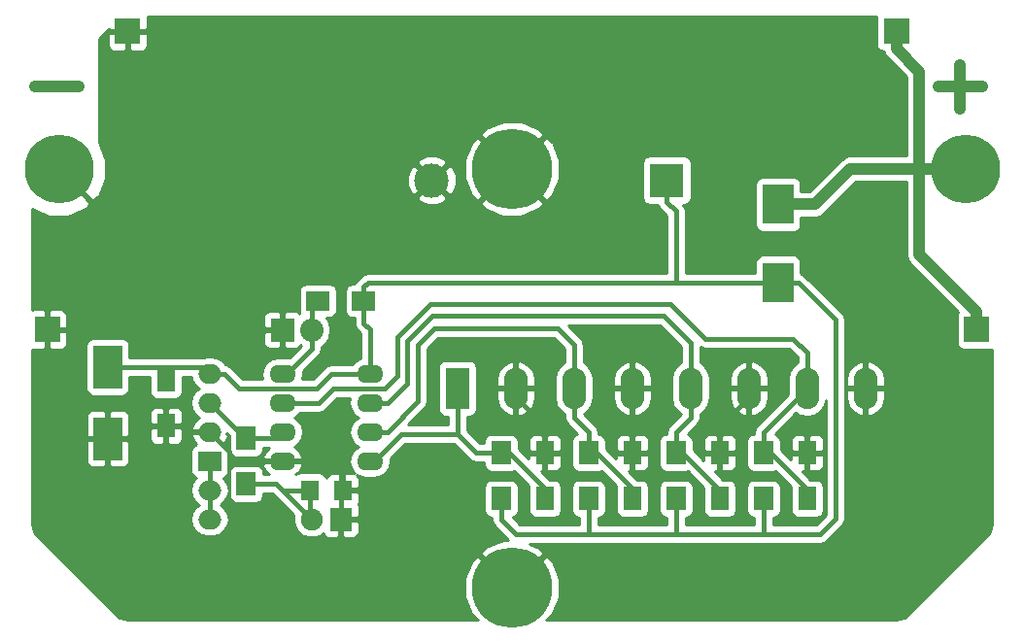
<source format=gbl>
G04 #@! TF.FileFunction,Copper,L2,Bot,Signal*
%FSLAX46Y46*%
G04 Gerber Fmt 4.6, Leading zero omitted, Abs format (unit mm)*
G04 Created by KiCad (PCBNEW 4.0.5+dfsg1-4) date Mon May 15 15:44:01 2017*
%MOMM*%
%LPD*%
G01*
G04 APERTURE LIST*
%ADD10C,0.100000*%
%ADD11C,1.000000*%
%ADD12R,2.000000X1.700000*%
%ADD13O,2.000000X1.700000*%
%ADD14R,2.100000X3.600000*%
%ADD15O,2.100000X3.600000*%
%ADD16R,1.700000X2.000000*%
%ADD17O,2.300000X1.600000*%
%ADD18R,1.600000X2.000000*%
%ADD19R,2.700020X3.500120*%
%ADD20C,3.000000*%
%ADD21R,3.000000X3.000000*%
%ADD22R,2.235200X2.235200*%
%ADD23R,1.900000X2.000000*%
%ADD24C,1.900000*%
%ADD25R,1.597660X1.800860*%
%ADD26R,2.032000X2.032000*%
%ADD27O,2.032000X2.032000*%
%ADD28R,2.500000X3.750000*%
%ADD29C,7.000000*%
%ADD30C,6.000000*%
%ADD31C,0.400000*%
%ADD32C,0.254000*%
G04 APERTURE END LIST*
D10*
D11*
X124459762Y-124857143D02*
X120650238Y-124857143D01*
X122555000Y-126761905D02*
X122555000Y-122952381D01*
X45719762Y-124857143D02*
X41910238Y-124857143D01*
D12*
X57150000Y-157480000D03*
D13*
X57150000Y-154940000D03*
X57150000Y-152400000D03*
X57150000Y-149860000D03*
X57150000Y-160020000D03*
X57150000Y-162560000D03*
D14*
X78740000Y-151130000D03*
D15*
X83820000Y-151130000D03*
X88900000Y-151130000D03*
X93980000Y-151130000D03*
X99060000Y-151130000D03*
X104140000Y-151130000D03*
X109220000Y-151130000D03*
X114300000Y-151130000D03*
D16*
X82550000Y-160750000D03*
X82550000Y-156750000D03*
X90170000Y-160750000D03*
X90170000Y-156750000D03*
D17*
X63500000Y-149860000D03*
X63500000Y-152400000D03*
X63500000Y-154940000D03*
X63500000Y-157480000D03*
X71120000Y-157480000D03*
X71120000Y-154940000D03*
X71120000Y-152400000D03*
X71120000Y-149860000D03*
D18*
X86360000Y-160750000D03*
X86360000Y-156750000D03*
X93980000Y-160750000D03*
X93980000Y-156750000D03*
X101600000Y-160750000D03*
X101600000Y-156750000D03*
X109220000Y-160750000D03*
X109220000Y-156750000D03*
X53340000Y-150400000D03*
X53340000Y-154400000D03*
D19*
X106680000Y-141901060D03*
X106680000Y-135098940D03*
D16*
X97790000Y-160750000D03*
X97790000Y-156750000D03*
X105410000Y-160750000D03*
X105410000Y-156750000D03*
X60325000Y-159480000D03*
X60325000Y-155480000D03*
D12*
X70580000Y-143510000D03*
X66580000Y-143510000D03*
D20*
X76500000Y-133000000D03*
D21*
X96990000Y-133000000D03*
D22*
X117000000Y-120000000D03*
X50000000Y-120000000D03*
D23*
X68580000Y-162560000D03*
D24*
X66040000Y-162560000D03*
D25*
X65890140Y-160020000D03*
X68729860Y-160020000D03*
D26*
X63500000Y-146050000D03*
D27*
X66040000Y-146050000D03*
D28*
X48260000Y-149275000D03*
X48260000Y-155525000D03*
D22*
X124000000Y-146000000D03*
X43000000Y-146000000D03*
D29*
X83500000Y-132000000D03*
D30*
X123000000Y-132000000D03*
X44000000Y-132000000D03*
D29*
X83500000Y-168500000D03*
D31*
X68580000Y-162560000D02*
X68580000Y-157925000D01*
X68580000Y-157925000D02*
X68135000Y-157480000D01*
X109430000Y-156750000D02*
X109220000Y-156750000D01*
X101600000Y-154420000D02*
X101600000Y-156750000D01*
X104140000Y-151130000D02*
X104140000Y-151880000D01*
X104140000Y-151880000D02*
X101600000Y-154420000D01*
X86360000Y-154420000D02*
X86360000Y-156750000D01*
X83820000Y-151130000D02*
X83820000Y-151880000D01*
X83820000Y-151880000D02*
X86360000Y-154420000D01*
X58850000Y-157480000D02*
X58850000Y-156640000D01*
X58850000Y-156640000D02*
X57150000Y-154940000D01*
X93980000Y-151130000D02*
X93980000Y-156750000D01*
X68135000Y-157480000D02*
X68135000Y-156210000D01*
X68135000Y-154114600D02*
X68580000Y-153670000D01*
X68135000Y-156210000D02*
X68135000Y-154114600D01*
X58850000Y-157480000D02*
X63500000Y-157480000D01*
X63500000Y-157480000D02*
X68135000Y-157480000D01*
X71120000Y-157480000D02*
X71470000Y-157480000D01*
X71470000Y-157480000D02*
X73800000Y-155150000D01*
X73800000Y-155150000D02*
X78770000Y-155150000D01*
X86360000Y-160750000D02*
X86360000Y-160227665D01*
X78770000Y-155150000D02*
X80370000Y-156750000D01*
X80370000Y-156750000D02*
X82550000Y-156750000D01*
X78770000Y-151910000D02*
X78770000Y-155150000D01*
X78740000Y-151130000D02*
X78740000Y-151880000D01*
X78740000Y-151880000D02*
X78770000Y-151910000D01*
X82550000Y-156750000D02*
X83231756Y-156750000D01*
X83231756Y-156750000D02*
X86360000Y-159878244D01*
X86360000Y-159878244D02*
X86360000Y-160750000D01*
X82550000Y-156600000D02*
X82550000Y-156750000D01*
X71120000Y-154940000D02*
X72658555Y-154940000D01*
X72658555Y-154940000D02*
X75313223Y-152285332D01*
X75313223Y-152285332D02*
X75313223Y-147340121D01*
X75313223Y-147340121D02*
X76724949Y-145928395D01*
X76724949Y-145928395D02*
X87508395Y-145928395D01*
X87508395Y-145928395D02*
X88900000Y-147320000D01*
X88900000Y-147320000D02*
X88900000Y-148930000D01*
X88900000Y-148930000D02*
X88900000Y-151130000D01*
X90170000Y-156750000D02*
X90854093Y-156750000D01*
X93980000Y-159875907D02*
X93980000Y-160750000D01*
X90854093Y-156750000D02*
X93980000Y-159875907D01*
X88900000Y-153670000D02*
X90170000Y-154940000D01*
X90170000Y-154940000D02*
X90170000Y-156750000D01*
X88900000Y-151130000D02*
X88900000Y-153670000D01*
X99060000Y-151130000D02*
X99060000Y-147144484D01*
X99060000Y-147144484D02*
X96695516Y-144780000D01*
X96695516Y-144780000D02*
X76575448Y-144780000D01*
X76575448Y-144780000D02*
X74340796Y-147014652D01*
X74340796Y-147014652D02*
X74340796Y-150729204D01*
X74340796Y-150729204D02*
X72670000Y-152400000D01*
X72670000Y-152400000D02*
X71120000Y-152400000D01*
X101600000Y-160750000D02*
X101600000Y-160013282D01*
X101600000Y-160013282D02*
X98336718Y-156750000D01*
X98336718Y-156750000D02*
X97790000Y-156750000D01*
X99060000Y-153670000D02*
X97790000Y-154940000D01*
X97790000Y-154940000D02*
X97790000Y-156750000D01*
X99060000Y-151130000D02*
X99060000Y-153670000D01*
X63500000Y-152400000D02*
X66662000Y-152400000D01*
X66662000Y-152400000D02*
X67932000Y-151130000D01*
X67932000Y-151130000D02*
X72390000Y-151130000D01*
X72390000Y-151130000D02*
X73492134Y-150027866D01*
X73492134Y-150027866D02*
X73492134Y-146648423D01*
X73492134Y-146648423D02*
X76367524Y-143773033D01*
X76367524Y-143773033D02*
X97271394Y-143773033D01*
X109220000Y-148986151D02*
X109220000Y-151130000D01*
X97271394Y-143773033D02*
X100317815Y-146819454D01*
X107989766Y-146819454D02*
X109220000Y-148049688D01*
X100317815Y-146819454D02*
X107989766Y-146819454D01*
X109220000Y-148049688D02*
X109220000Y-148986151D01*
X105410000Y-156750000D02*
X105979498Y-156750000D01*
X105979498Y-156750000D02*
X109220000Y-159990502D01*
X109220000Y-159990502D02*
X109220000Y-160750000D01*
X109220000Y-151130000D02*
X105410000Y-154940000D01*
X105410000Y-154940000D02*
X105410000Y-156750000D01*
X106680000Y-141901060D02*
X108430010Y-141901060D01*
X108430010Y-141901060D02*
X111690932Y-145161982D01*
X111690932Y-145161982D02*
X111690932Y-162467346D01*
X70938940Y-141901060D02*
X97790000Y-141901060D01*
X96990000Y-134900000D02*
X97790000Y-135700000D01*
X97790000Y-141901060D02*
X103553049Y-141901060D01*
X96990000Y-133000000D02*
X96990000Y-134900000D01*
X97790000Y-135700000D02*
X97790000Y-141901060D01*
X70580000Y-143510000D02*
X70580000Y-142260000D01*
X70580000Y-142260000D02*
X70938940Y-141901060D01*
X111690932Y-162467346D02*
X110328278Y-163830000D01*
X110328278Y-163830000D02*
X105410000Y-163830000D01*
X103553049Y-141901060D02*
X106680000Y-141901060D01*
X48260000Y-149275000D02*
X53340000Y-149275000D01*
X53340000Y-149275000D02*
X56565000Y-149275000D01*
X53340000Y-150400000D02*
X53340000Y-149275000D01*
X56565000Y-149275000D02*
X57150000Y-149860000D01*
X106680000Y-142240000D02*
X106905219Y-142240000D01*
X71120000Y-145992311D02*
X70580000Y-145452311D01*
X70580000Y-145452311D02*
X70580000Y-143510000D01*
X71120000Y-149860000D02*
X71120000Y-145992311D01*
X67945000Y-149860000D02*
X69000000Y-149860000D01*
X69000000Y-149860000D02*
X71120000Y-149860000D01*
X67719000Y-149860000D02*
X67945000Y-149860000D01*
X99060000Y-163830000D02*
X105410000Y-163830000D01*
X105410000Y-160750000D02*
X105410000Y-163830000D01*
X90170000Y-163830000D02*
X97790000Y-163830000D01*
X97790000Y-163830000D02*
X99060000Y-163830000D01*
X97790000Y-160750000D02*
X97790000Y-163830000D01*
X88900000Y-163830000D02*
X90170000Y-163830000D01*
X90170000Y-160750000D02*
X90170000Y-163830000D01*
X83820000Y-163830000D02*
X88900000Y-163830000D01*
X82550000Y-160750000D02*
X82550000Y-162560000D01*
X82550000Y-162560000D02*
X83820000Y-163830000D01*
X58420000Y-149860000D02*
X59690000Y-151130000D01*
X59690000Y-151130000D02*
X66449000Y-151130000D01*
X57150000Y-149860000D02*
X58420000Y-149860000D01*
X66449000Y-151130000D02*
X67719000Y-149860000D01*
X65890140Y-160020000D02*
X65890140Y-162410140D01*
X65890140Y-162410140D02*
X66040000Y-162560000D01*
X65890140Y-160020000D02*
X63500000Y-160020000D01*
X63500000Y-160020000D02*
X62960000Y-159480000D01*
X60325000Y-159480000D02*
X62960000Y-159480000D01*
X62960000Y-159480000D02*
X63924000Y-160444000D01*
X63924000Y-160444000D02*
X66040000Y-162560000D01*
X57150000Y-152400000D02*
X60230000Y-155480000D01*
X60230000Y-155480000D02*
X60325000Y-155480000D01*
X60325000Y-155330000D02*
X60325000Y-155480000D01*
X62960000Y-155480000D02*
X63500000Y-154940000D01*
X60325000Y-155480000D02*
X62960000Y-155480000D01*
X63500000Y-149860000D02*
X63850000Y-149860000D01*
X63850000Y-149860000D02*
X66040000Y-147670000D01*
X66040000Y-147670000D02*
X66040000Y-147486840D01*
X66040000Y-147486840D02*
X66040000Y-146050000D01*
X66040000Y-146050000D02*
X66040000Y-144050000D01*
X66040000Y-144050000D02*
X66580000Y-143510000D01*
X63425000Y-149860000D02*
X63500000Y-149860000D01*
X57150000Y-160020000D02*
X57150000Y-162560000D01*
X57150000Y-157480000D02*
X57150000Y-160020000D01*
D11*
X109901060Y-135098940D02*
X106680000Y-135098940D01*
X117000000Y-120000000D02*
X117000000Y-121517600D01*
X117000000Y-121517600D02*
X119000000Y-123517600D01*
X119000000Y-123517600D02*
X119000000Y-125000000D01*
X119000000Y-139482400D02*
X119000000Y-132000000D01*
X124000000Y-146000000D02*
X124000000Y-144482400D01*
X124000000Y-144482400D02*
X119000000Y-139482400D01*
X119000000Y-132000000D02*
X123000000Y-132000000D01*
X119000000Y-125000000D02*
X119000000Y-132000000D01*
X109901060Y-135098940D02*
X113000000Y-132000000D01*
X113000000Y-132000000D02*
X119000000Y-132000000D01*
D32*
G36*
X115234960Y-118882400D02*
X115234960Y-121117600D01*
X115279238Y-121352917D01*
X115418310Y-121569041D01*
X115630510Y-121714031D01*
X115882400Y-121765040D01*
X115914219Y-121765040D01*
X115951397Y-121951946D01*
X116197434Y-122320166D01*
X117865000Y-123987732D01*
X117865000Y-130865000D01*
X113000000Y-130865000D01*
X112565654Y-130951397D01*
X112283794Y-131139730D01*
X112197434Y-131197434D01*
X109430928Y-133963940D01*
X108677450Y-133963940D01*
X108677450Y-133348880D01*
X108633172Y-133113563D01*
X108494100Y-132897439D01*
X108281900Y-132752449D01*
X108030010Y-132701440D01*
X105329990Y-132701440D01*
X105094673Y-132745718D01*
X104878549Y-132884790D01*
X104733559Y-133096990D01*
X104682550Y-133348880D01*
X104682550Y-136849000D01*
X104726828Y-137084317D01*
X104865900Y-137300441D01*
X105078100Y-137445431D01*
X105329990Y-137496440D01*
X108030010Y-137496440D01*
X108265327Y-137452162D01*
X108481451Y-137313090D01*
X108626441Y-137100890D01*
X108677450Y-136849000D01*
X108677450Y-136233940D01*
X109901060Y-136233940D01*
X110335406Y-136147543D01*
X110703626Y-135901506D01*
X113470132Y-133135000D01*
X117865000Y-133135000D01*
X117865000Y-139482400D01*
X117951397Y-139916746D01*
X118107921Y-140151000D01*
X118197434Y-140284966D01*
X122390294Y-144477826D01*
X122285969Y-144630510D01*
X122234960Y-144882400D01*
X122234960Y-147117600D01*
X122279238Y-147352917D01*
X122418310Y-147569041D01*
X122630510Y-147714031D01*
X122882400Y-147765040D01*
X125117600Y-147765040D01*
X125290000Y-147732601D01*
X125290000Y-162930069D01*
X125140938Y-163679456D01*
X117679456Y-171140938D01*
X116930069Y-171290000D01*
X86469608Y-171290000D01*
X86457314Y-171277706D01*
X86983924Y-170874238D01*
X87627307Y-169360270D01*
X87642346Y-167715334D01*
X87026750Y-166189855D01*
X86983924Y-166125762D01*
X86457312Y-165722293D01*
X83679605Y-168500000D01*
X83693748Y-168514143D01*
X83514143Y-168693748D01*
X83500000Y-168679605D01*
X83485858Y-168693748D01*
X83306253Y-168514143D01*
X83320395Y-168500000D01*
X80542688Y-165722293D01*
X80016076Y-166125762D01*
X79372693Y-167639730D01*
X79357654Y-169284666D01*
X79973250Y-170810145D01*
X80016076Y-170874238D01*
X80542686Y-171277706D01*
X80530392Y-171290000D01*
X50069931Y-171290000D01*
X49320544Y-171140938D01*
X41859062Y-163679456D01*
X41710000Y-162930069D01*
X41710000Y-155810750D01*
X46375000Y-155810750D01*
X46375000Y-157526309D01*
X46471673Y-157759698D01*
X46650301Y-157938327D01*
X46883690Y-158035000D01*
X47974250Y-158035000D01*
X48133000Y-157876250D01*
X48133000Y-155652000D01*
X48387000Y-155652000D01*
X48387000Y-157876250D01*
X48545750Y-158035000D01*
X49636310Y-158035000D01*
X49869699Y-157938327D01*
X50048327Y-157759698D01*
X50145000Y-157526309D01*
X50145000Y-155810750D01*
X49986250Y-155652000D01*
X48387000Y-155652000D01*
X48133000Y-155652000D01*
X46533750Y-155652000D01*
X46375000Y-155810750D01*
X41710000Y-155810750D01*
X41710000Y-153523691D01*
X46375000Y-153523691D01*
X46375000Y-155239250D01*
X46533750Y-155398000D01*
X48133000Y-155398000D01*
X48133000Y-153173750D01*
X48387000Y-153173750D01*
X48387000Y-155398000D01*
X49986250Y-155398000D01*
X50145000Y-155239250D01*
X50145000Y-154685750D01*
X51905000Y-154685750D01*
X51905000Y-155526309D01*
X52001673Y-155759698D01*
X52180301Y-155938327D01*
X52413690Y-156035000D01*
X53054250Y-156035000D01*
X53213000Y-155876250D01*
X53213000Y-154527000D01*
X53467000Y-154527000D01*
X53467000Y-155876250D01*
X53625750Y-156035000D01*
X54266310Y-156035000D01*
X54499699Y-155938327D01*
X54678327Y-155759698D01*
X54775000Y-155526309D01*
X54775000Y-154685750D01*
X54616250Y-154527000D01*
X53467000Y-154527000D01*
X53213000Y-154527000D01*
X52063750Y-154527000D01*
X51905000Y-154685750D01*
X50145000Y-154685750D01*
X50145000Y-153523691D01*
X50048327Y-153290302D01*
X50031717Y-153273691D01*
X51905000Y-153273691D01*
X51905000Y-154114250D01*
X52063750Y-154273000D01*
X53213000Y-154273000D01*
X53213000Y-152923750D01*
X53467000Y-152923750D01*
X53467000Y-154273000D01*
X54616250Y-154273000D01*
X54775000Y-154114250D01*
X54775000Y-153273691D01*
X54678327Y-153040302D01*
X54499699Y-152861673D01*
X54266310Y-152765000D01*
X53625750Y-152765000D01*
X53467000Y-152923750D01*
X53213000Y-152923750D01*
X53054250Y-152765000D01*
X52413690Y-152765000D01*
X52180301Y-152861673D01*
X52001673Y-153040302D01*
X51905000Y-153273691D01*
X50031717Y-153273691D01*
X49869699Y-153111673D01*
X49636310Y-153015000D01*
X48545750Y-153015000D01*
X48387000Y-153173750D01*
X48133000Y-153173750D01*
X47974250Y-153015000D01*
X46883690Y-153015000D01*
X46650301Y-153111673D01*
X46471673Y-153290302D01*
X46375000Y-153523691D01*
X41710000Y-153523691D01*
X41710000Y-147733508D01*
X41756091Y-147752600D01*
X42714250Y-147752600D01*
X42873000Y-147593850D01*
X42873000Y-146127000D01*
X43127000Y-146127000D01*
X43127000Y-147593850D01*
X43285750Y-147752600D01*
X44243909Y-147752600D01*
X44477298Y-147655927D01*
X44655927Y-147477299D01*
X44687945Y-147400000D01*
X46362560Y-147400000D01*
X46362560Y-151150000D01*
X46406838Y-151385317D01*
X46545910Y-151601441D01*
X46758110Y-151746431D01*
X47010000Y-151797440D01*
X49510000Y-151797440D01*
X49745317Y-151753162D01*
X49961441Y-151614090D01*
X50106431Y-151401890D01*
X50157440Y-151150000D01*
X50157440Y-150110000D01*
X51892560Y-150110000D01*
X51892560Y-151400000D01*
X51936838Y-151635317D01*
X52075910Y-151851441D01*
X52288110Y-151996431D01*
X52540000Y-152047440D01*
X54140000Y-152047440D01*
X54375317Y-152003162D01*
X54591441Y-151864090D01*
X54736431Y-151651890D01*
X54787440Y-151400000D01*
X54787440Y-150110000D01*
X55532696Y-150110000D01*
X55596007Y-150428285D01*
X55917914Y-150910054D01*
X56247087Y-151130000D01*
X55917914Y-151349946D01*
X55596007Y-151831715D01*
X55482968Y-152400000D01*
X55596007Y-152968285D01*
X55917914Y-153450054D01*
X56239085Y-153664653D01*
X55811336Y-154047955D01*
X55560447Y-154570740D01*
X55558524Y-154583110D01*
X55679845Y-154813000D01*
X57023000Y-154813000D01*
X57023000Y-154793000D01*
X57277000Y-154793000D01*
X57277000Y-154813000D01*
X57297000Y-154813000D01*
X57297000Y-155067000D01*
X57277000Y-155067000D01*
X57277000Y-155087000D01*
X57023000Y-155087000D01*
X57023000Y-155067000D01*
X55679845Y-155067000D01*
X55558524Y-155296890D01*
X55560447Y-155309260D01*
X55811336Y-155832045D01*
X56008927Y-156009105D01*
X55914683Y-156026838D01*
X55698559Y-156165910D01*
X55553569Y-156378110D01*
X55502560Y-156630000D01*
X55502560Y-158330000D01*
X55546838Y-158565317D01*
X55685910Y-158781441D01*
X55898110Y-158926431D01*
X55963286Y-158939629D01*
X55917914Y-158969946D01*
X55596007Y-159451715D01*
X55482968Y-160020000D01*
X55596007Y-160588285D01*
X55917914Y-161070054D01*
X56247087Y-161290000D01*
X55917914Y-161509946D01*
X55596007Y-161991715D01*
X55482968Y-162560000D01*
X55596007Y-163128285D01*
X55917914Y-163610054D01*
X56399683Y-163931961D01*
X56967968Y-164045000D01*
X57332032Y-164045000D01*
X57900317Y-163931961D01*
X58382086Y-163610054D01*
X58703993Y-163128285D01*
X58817032Y-162560000D01*
X58703993Y-161991715D01*
X58382086Y-161509946D01*
X58052913Y-161290000D01*
X58382086Y-161070054D01*
X58703993Y-160588285D01*
X58817032Y-160020000D01*
X58703993Y-159451715D01*
X58382086Y-158969946D01*
X58339841Y-158941719D01*
X58385317Y-158933162D01*
X58601441Y-158794090D01*
X58746431Y-158581890D01*
X58767064Y-158480000D01*
X58827560Y-158480000D01*
X58827560Y-160480000D01*
X58871838Y-160715317D01*
X59010910Y-160931441D01*
X59223110Y-161076431D01*
X59475000Y-161127440D01*
X61175000Y-161127440D01*
X61410317Y-161083162D01*
X61626441Y-160944090D01*
X61771431Y-160731890D01*
X61822440Y-160480000D01*
X61822440Y-160315000D01*
X62614132Y-160315000D01*
X64480860Y-162181728D01*
X64455276Y-162243341D01*
X64454725Y-162873893D01*
X64695519Y-163456657D01*
X65140997Y-163902914D01*
X65723341Y-164144724D01*
X66353893Y-164145275D01*
X66936657Y-163904481D01*
X67041867Y-163799455D01*
X67091673Y-163919698D01*
X67270301Y-164098327D01*
X67503690Y-164195000D01*
X68294250Y-164195000D01*
X68453000Y-164036250D01*
X68453000Y-162687000D01*
X68707000Y-162687000D01*
X68707000Y-164036250D01*
X68865750Y-164195000D01*
X69656310Y-164195000D01*
X69889699Y-164098327D01*
X70068327Y-163919698D01*
X70165000Y-163686309D01*
X70165000Y-162845750D01*
X70006250Y-162687000D01*
X68707000Y-162687000D01*
X68453000Y-162687000D01*
X68433000Y-162687000D01*
X68433000Y-162433000D01*
X68453000Y-162433000D01*
X68453000Y-162413000D01*
X68707000Y-162413000D01*
X68707000Y-162433000D01*
X70006250Y-162433000D01*
X70165000Y-162274250D01*
X70165000Y-161433691D01*
X70084205Y-161238634D01*
X70163690Y-161046740D01*
X70163690Y-160305750D01*
X70004940Y-160147000D01*
X68856860Y-160147000D01*
X68856860Y-160167000D01*
X68602860Y-160167000D01*
X68602860Y-160147000D01*
X68582860Y-160147000D01*
X68582860Y-159893000D01*
X68602860Y-159893000D01*
X68602860Y-158643320D01*
X68444110Y-158484570D01*
X67804721Y-158484570D01*
X67571332Y-158581243D01*
X67392703Y-158759871D01*
X67307454Y-158965681D01*
X67292132Y-158884253D01*
X67153060Y-158668129D01*
X66940860Y-158523139D01*
X66688970Y-158472130D01*
X65091310Y-158472130D01*
X64855993Y-158516408D01*
X64655136Y-158645656D01*
X64954500Y-158404896D01*
X65224367Y-157911819D01*
X65241904Y-157829039D01*
X65119915Y-157607000D01*
X63627000Y-157607000D01*
X63627000Y-157627000D01*
X63373000Y-157627000D01*
X63373000Y-157607000D01*
X61880085Y-157607000D01*
X61758096Y-157829039D01*
X61775633Y-157911819D01*
X62045500Y-158404896D01*
X62344048Y-158645000D01*
X61822440Y-158645000D01*
X61822440Y-158480000D01*
X61778162Y-158244683D01*
X61639090Y-158028559D01*
X61426890Y-157883569D01*
X61175000Y-157832560D01*
X59475000Y-157832560D01*
X59239683Y-157876838D01*
X59023559Y-158015910D01*
X58878569Y-158228110D01*
X58827560Y-158480000D01*
X58767064Y-158480000D01*
X58797440Y-158330000D01*
X58797440Y-156630000D01*
X58753162Y-156394683D01*
X58614090Y-156178559D01*
X58401890Y-156033569D01*
X58289231Y-156010755D01*
X58488664Y-155832045D01*
X58739553Y-155309260D01*
X58741476Y-155296890D01*
X58620156Y-155067002D01*
X58636134Y-155067002D01*
X58827560Y-155258428D01*
X58827560Y-156480000D01*
X58871838Y-156715317D01*
X59010910Y-156931441D01*
X59223110Y-157076431D01*
X59475000Y-157127440D01*
X61175000Y-157127440D01*
X61410317Y-157083162D01*
X61626441Y-156944090D01*
X61771431Y-156731890D01*
X61822440Y-156480000D01*
X61822440Y-156315000D01*
X62344048Y-156315000D01*
X62045500Y-156555104D01*
X61775633Y-157048181D01*
X61758096Y-157130961D01*
X61880085Y-157353000D01*
X63373000Y-157353000D01*
X63373000Y-157333000D01*
X63627000Y-157333000D01*
X63627000Y-157353000D01*
X65119915Y-157353000D01*
X65241904Y-157130961D01*
X65224367Y-157048181D01*
X64954500Y-156555104D01*
X64521849Y-156207149D01*
X64899668Y-155954698D01*
X65210737Y-155489151D01*
X65319970Y-154940000D01*
X65210737Y-154390849D01*
X64899668Y-153925302D01*
X64517582Y-153670000D01*
X64899668Y-153414698D01*
X65019739Y-153235000D01*
X66662000Y-153235000D01*
X66981541Y-153171439D01*
X67252434Y-152990434D01*
X68277868Y-151965000D01*
X69386557Y-151965000D01*
X69300030Y-152400000D01*
X69409263Y-152949151D01*
X69720332Y-153414698D01*
X70102418Y-153670000D01*
X69720332Y-153925302D01*
X69409263Y-154390849D01*
X69300030Y-154940000D01*
X69409263Y-155489151D01*
X69720332Y-155954698D01*
X70102418Y-156210000D01*
X69720332Y-156465302D01*
X69409263Y-156930849D01*
X69300030Y-157480000D01*
X69409263Y-158029151D01*
X69720332Y-158494698D01*
X69787010Y-158539251D01*
X69654999Y-158484570D01*
X69015610Y-158484570D01*
X68856860Y-158643320D01*
X68856860Y-159893000D01*
X70004940Y-159893000D01*
X70163690Y-159734250D01*
X70163690Y-158993260D01*
X70067017Y-158759871D01*
X69965981Y-158658836D01*
X70185879Y-158805767D01*
X70735030Y-158915000D01*
X71504970Y-158915000D01*
X72054121Y-158805767D01*
X72519668Y-158494698D01*
X72830737Y-158029151D01*
X72939970Y-157480000D01*
X72892005Y-157238863D01*
X74145868Y-155985000D01*
X78424132Y-155985000D01*
X79779566Y-157340434D01*
X80050460Y-157521440D01*
X80370000Y-157585000D01*
X81052560Y-157585000D01*
X81052560Y-157750000D01*
X81096838Y-157985317D01*
X81235910Y-158201441D01*
X81448110Y-158346431D01*
X81700000Y-158397440D01*
X83400000Y-158397440D01*
X83635317Y-158353162D01*
X83646715Y-158345827D01*
X84935855Y-159634967D01*
X84912560Y-159750000D01*
X84912560Y-161750000D01*
X84956838Y-161985317D01*
X85095910Y-162201441D01*
X85308110Y-162346431D01*
X85560000Y-162397440D01*
X87160000Y-162397440D01*
X87395317Y-162353162D01*
X87611441Y-162214090D01*
X87756431Y-162001890D01*
X87807440Y-161750000D01*
X87807440Y-159750000D01*
X87763162Y-159514683D01*
X87624090Y-159298559D01*
X87411890Y-159153569D01*
X87160000Y-159102560D01*
X86765184Y-159102560D01*
X86047624Y-158385000D01*
X86074250Y-158385000D01*
X86233000Y-158226250D01*
X86233000Y-156877000D01*
X86487000Y-156877000D01*
X86487000Y-158226250D01*
X86645750Y-158385000D01*
X87286310Y-158385000D01*
X87519699Y-158288327D01*
X87698327Y-158109698D01*
X87795000Y-157876309D01*
X87795000Y-157035750D01*
X87636250Y-156877000D01*
X86487000Y-156877000D01*
X86233000Y-156877000D01*
X85083750Y-156877000D01*
X84925000Y-157035750D01*
X84925000Y-157262376D01*
X84047440Y-156384816D01*
X84047440Y-155750000D01*
X84023674Y-155623691D01*
X84925000Y-155623691D01*
X84925000Y-156464250D01*
X85083750Y-156623000D01*
X86233000Y-156623000D01*
X86233000Y-155273750D01*
X86487000Y-155273750D01*
X86487000Y-156623000D01*
X87636250Y-156623000D01*
X87795000Y-156464250D01*
X87795000Y-155623691D01*
X87698327Y-155390302D01*
X87519699Y-155211673D01*
X87286310Y-155115000D01*
X86645750Y-155115000D01*
X86487000Y-155273750D01*
X86233000Y-155273750D01*
X86074250Y-155115000D01*
X85433690Y-155115000D01*
X85200301Y-155211673D01*
X85021673Y-155390302D01*
X84925000Y-155623691D01*
X84023674Y-155623691D01*
X84003162Y-155514683D01*
X83864090Y-155298559D01*
X83651890Y-155153569D01*
X83400000Y-155102560D01*
X81700000Y-155102560D01*
X81464683Y-155146838D01*
X81248559Y-155285910D01*
X81103569Y-155498110D01*
X81052560Y-155750000D01*
X81052560Y-155915000D01*
X80715868Y-155915000D01*
X79605000Y-154804132D01*
X79605000Y-153577440D01*
X79790000Y-153577440D01*
X80025317Y-153533162D01*
X80241441Y-153394090D01*
X80386431Y-153181890D01*
X80437440Y-152930000D01*
X80437440Y-151257000D01*
X82135000Y-151257000D01*
X82135000Y-152007000D01*
X82311864Y-152642154D01*
X82718328Y-153161277D01*
X83292511Y-153485337D01*
X83431721Y-153519654D01*
X83693000Y-153400957D01*
X83693000Y-151257000D01*
X83947000Y-151257000D01*
X83947000Y-153400957D01*
X84208279Y-153519654D01*
X84347489Y-153485337D01*
X84921672Y-153161277D01*
X85328136Y-152642154D01*
X85505000Y-152007000D01*
X85505000Y-151257000D01*
X83947000Y-151257000D01*
X83693000Y-151257000D01*
X82135000Y-151257000D01*
X80437440Y-151257000D01*
X80437440Y-150253000D01*
X82135000Y-150253000D01*
X82135000Y-151003000D01*
X83693000Y-151003000D01*
X83693000Y-148859043D01*
X83947000Y-148859043D01*
X83947000Y-151003000D01*
X85505000Y-151003000D01*
X85505000Y-150253000D01*
X85328136Y-149617846D01*
X84921672Y-149098723D01*
X84347489Y-148774663D01*
X84208279Y-148740346D01*
X83947000Y-148859043D01*
X83693000Y-148859043D01*
X83431721Y-148740346D01*
X83292511Y-148774663D01*
X82718328Y-149098723D01*
X82311864Y-149617846D01*
X82135000Y-150253000D01*
X80437440Y-150253000D01*
X80437440Y-149330000D01*
X80393162Y-149094683D01*
X80254090Y-148878559D01*
X80041890Y-148733569D01*
X79790000Y-148682560D01*
X77690000Y-148682560D01*
X77454683Y-148726838D01*
X77238559Y-148865910D01*
X77093569Y-149078110D01*
X77042560Y-149330000D01*
X77042560Y-152930000D01*
X77086838Y-153165317D01*
X77225910Y-153381441D01*
X77438110Y-153526431D01*
X77690000Y-153577440D01*
X77935000Y-153577440D01*
X77935000Y-154315000D01*
X74464423Y-154315000D01*
X75903657Y-152875767D01*
X76033502Y-152681439D01*
X76084662Y-152604873D01*
X76148223Y-152285332D01*
X76148223Y-147685989D01*
X77070817Y-146763395D01*
X87162527Y-146763395D01*
X88065000Y-147665868D01*
X88065000Y-148902632D01*
X87708525Y-149140821D01*
X87343263Y-149687474D01*
X87215000Y-150332296D01*
X87215000Y-151927704D01*
X87343263Y-152572526D01*
X87708525Y-153119179D01*
X88065000Y-153357368D01*
X88065000Y-153670000D01*
X88128561Y-153989541D01*
X88287968Y-154228110D01*
X88309566Y-154260434D01*
X89178346Y-155129214D01*
X89084683Y-155146838D01*
X88868559Y-155285910D01*
X88723569Y-155498110D01*
X88672560Y-155750000D01*
X88672560Y-157750000D01*
X88716838Y-157985317D01*
X88855910Y-158201441D01*
X89068110Y-158346431D01*
X89320000Y-158397440D01*
X91020000Y-158397440D01*
X91255317Y-158353162D01*
X91268137Y-158344912D01*
X92556248Y-159633023D01*
X92532560Y-159750000D01*
X92532560Y-161750000D01*
X92576838Y-161985317D01*
X92715910Y-162201441D01*
X92928110Y-162346431D01*
X93180000Y-162397440D01*
X94780000Y-162397440D01*
X95015317Y-162353162D01*
X95231441Y-162214090D01*
X95376431Y-162001890D01*
X95427440Y-161750000D01*
X95427440Y-159750000D01*
X95383162Y-159514683D01*
X95244090Y-159298559D01*
X95031890Y-159153569D01*
X94780000Y-159102560D01*
X94387521Y-159102560D01*
X93669961Y-158385000D01*
X93694250Y-158385000D01*
X93853000Y-158226250D01*
X93853000Y-156877000D01*
X94107000Y-156877000D01*
X94107000Y-158226250D01*
X94265750Y-158385000D01*
X94906310Y-158385000D01*
X95139699Y-158288327D01*
X95318327Y-158109698D01*
X95415000Y-157876309D01*
X95415000Y-157035750D01*
X95256250Y-156877000D01*
X94107000Y-156877000D01*
X93853000Y-156877000D01*
X92703750Y-156877000D01*
X92545000Y-157035750D01*
X92545000Y-157260039D01*
X91667440Y-156382479D01*
X91667440Y-155750000D01*
X91643674Y-155623691D01*
X92545000Y-155623691D01*
X92545000Y-156464250D01*
X92703750Y-156623000D01*
X93853000Y-156623000D01*
X93853000Y-155273750D01*
X94107000Y-155273750D01*
X94107000Y-156623000D01*
X95256250Y-156623000D01*
X95415000Y-156464250D01*
X95415000Y-155623691D01*
X95318327Y-155390302D01*
X95139699Y-155211673D01*
X94906310Y-155115000D01*
X94265750Y-155115000D01*
X94107000Y-155273750D01*
X93853000Y-155273750D01*
X93694250Y-155115000D01*
X93053690Y-155115000D01*
X92820301Y-155211673D01*
X92641673Y-155390302D01*
X92545000Y-155623691D01*
X91643674Y-155623691D01*
X91623162Y-155514683D01*
X91484090Y-155298559D01*
X91271890Y-155153569D01*
X91020000Y-155102560D01*
X91005000Y-155102560D01*
X91005000Y-154940000D01*
X90941439Y-154620459D01*
X90760434Y-154349566D01*
X89754924Y-153344056D01*
X90091475Y-153119179D01*
X90456737Y-152572526D01*
X90585000Y-151927704D01*
X90585000Y-151257000D01*
X92295000Y-151257000D01*
X92295000Y-152007000D01*
X92471864Y-152642154D01*
X92878328Y-153161277D01*
X93452511Y-153485337D01*
X93591721Y-153519654D01*
X93853000Y-153400957D01*
X93853000Y-151257000D01*
X94107000Y-151257000D01*
X94107000Y-153400957D01*
X94368279Y-153519654D01*
X94507489Y-153485337D01*
X95081672Y-153161277D01*
X95488136Y-152642154D01*
X95665000Y-152007000D01*
X95665000Y-151257000D01*
X94107000Y-151257000D01*
X93853000Y-151257000D01*
X92295000Y-151257000D01*
X90585000Y-151257000D01*
X90585000Y-150332296D01*
X90569228Y-150253000D01*
X92295000Y-150253000D01*
X92295000Y-151003000D01*
X93853000Y-151003000D01*
X93853000Y-148859043D01*
X94107000Y-148859043D01*
X94107000Y-151003000D01*
X95665000Y-151003000D01*
X95665000Y-150253000D01*
X95488136Y-149617846D01*
X95081672Y-149098723D01*
X94507489Y-148774663D01*
X94368279Y-148740346D01*
X94107000Y-148859043D01*
X93853000Y-148859043D01*
X93591721Y-148740346D01*
X93452511Y-148774663D01*
X92878328Y-149098723D01*
X92471864Y-149617846D01*
X92295000Y-150253000D01*
X90569228Y-150253000D01*
X90456737Y-149687474D01*
X90091475Y-149140821D01*
X89735000Y-148902632D01*
X89735000Y-147320000D01*
X89704626Y-147167299D01*
X89671440Y-147000460D01*
X89490434Y-146729566D01*
X88375868Y-145615000D01*
X96349648Y-145615000D01*
X98225000Y-147490352D01*
X98225000Y-148902632D01*
X97868525Y-149140821D01*
X97503263Y-149687474D01*
X97375000Y-150332296D01*
X97375000Y-151927704D01*
X97503263Y-152572526D01*
X97868525Y-153119179D01*
X98205076Y-153344056D01*
X97199566Y-154349566D01*
X97018561Y-154620459D01*
X96955000Y-154940000D01*
X96955000Y-155102560D01*
X96940000Y-155102560D01*
X96704683Y-155146838D01*
X96488559Y-155285910D01*
X96343569Y-155498110D01*
X96292560Y-155750000D01*
X96292560Y-157750000D01*
X96336838Y-157985317D01*
X96475910Y-158201441D01*
X96688110Y-158346431D01*
X96940000Y-158397440D01*
X98640000Y-158397440D01*
X98777431Y-158371581D01*
X100153114Y-159747264D01*
X100152560Y-159750000D01*
X100152560Y-161750000D01*
X100196838Y-161985317D01*
X100335910Y-162201441D01*
X100548110Y-162346431D01*
X100800000Y-162397440D01*
X102400000Y-162397440D01*
X102635317Y-162353162D01*
X102851441Y-162214090D01*
X102996431Y-162001890D01*
X103047440Y-161750000D01*
X103047440Y-159750000D01*
X103003162Y-159514683D01*
X102864090Y-159298559D01*
X102651890Y-159153569D01*
X102400000Y-159102560D01*
X101870146Y-159102560D01*
X101152586Y-158385000D01*
X101314250Y-158385000D01*
X101473000Y-158226250D01*
X101473000Y-156877000D01*
X101727000Y-156877000D01*
X101727000Y-158226250D01*
X101885750Y-158385000D01*
X102526310Y-158385000D01*
X102759699Y-158288327D01*
X102938327Y-158109698D01*
X103035000Y-157876309D01*
X103035000Y-157035750D01*
X102876250Y-156877000D01*
X101727000Y-156877000D01*
X101473000Y-156877000D01*
X100323750Y-156877000D01*
X100165000Y-157035750D01*
X100165000Y-157397414D01*
X99287440Y-156519854D01*
X99287440Y-155750000D01*
X99263674Y-155623691D01*
X100165000Y-155623691D01*
X100165000Y-156464250D01*
X100323750Y-156623000D01*
X101473000Y-156623000D01*
X101473000Y-155273750D01*
X101727000Y-155273750D01*
X101727000Y-156623000D01*
X102876250Y-156623000D01*
X103035000Y-156464250D01*
X103035000Y-155623691D01*
X102938327Y-155390302D01*
X102759699Y-155211673D01*
X102526310Y-155115000D01*
X101885750Y-155115000D01*
X101727000Y-155273750D01*
X101473000Y-155273750D01*
X101314250Y-155115000D01*
X100673690Y-155115000D01*
X100440301Y-155211673D01*
X100261673Y-155390302D01*
X100165000Y-155623691D01*
X99263674Y-155623691D01*
X99243162Y-155514683D01*
X99104090Y-155298559D01*
X98891890Y-155153569D01*
X98779964Y-155130904D01*
X99650434Y-154260434D01*
X99672032Y-154228110D01*
X99831439Y-153989541D01*
X99895000Y-153670000D01*
X99895000Y-153357368D01*
X100251475Y-153119179D01*
X100616737Y-152572526D01*
X100745000Y-151927704D01*
X100745000Y-151257000D01*
X102455000Y-151257000D01*
X102455000Y-152007000D01*
X102631864Y-152642154D01*
X103038328Y-153161277D01*
X103612511Y-153485337D01*
X103751721Y-153519654D01*
X104013000Y-153400957D01*
X104013000Y-151257000D01*
X104267000Y-151257000D01*
X104267000Y-153400957D01*
X104528279Y-153519654D01*
X104667489Y-153485337D01*
X105241672Y-153161277D01*
X105648136Y-152642154D01*
X105825000Y-152007000D01*
X105825000Y-151257000D01*
X104267000Y-151257000D01*
X104013000Y-151257000D01*
X102455000Y-151257000D01*
X100745000Y-151257000D01*
X100745000Y-150332296D01*
X100729228Y-150253000D01*
X102455000Y-150253000D01*
X102455000Y-151003000D01*
X104013000Y-151003000D01*
X104013000Y-148859043D01*
X104267000Y-148859043D01*
X104267000Y-151003000D01*
X105825000Y-151003000D01*
X105825000Y-150253000D01*
X105648136Y-149617846D01*
X105241672Y-149098723D01*
X104667489Y-148774663D01*
X104528279Y-148740346D01*
X104267000Y-148859043D01*
X104013000Y-148859043D01*
X103751721Y-148740346D01*
X103612511Y-148774663D01*
X103038328Y-149098723D01*
X102631864Y-149617846D01*
X102455000Y-150253000D01*
X100729228Y-150253000D01*
X100616737Y-149687474D01*
X100251475Y-149140821D01*
X99895000Y-148902632D01*
X99895000Y-147521887D01*
X99998274Y-147590893D01*
X100317815Y-147654454D01*
X107643898Y-147654454D01*
X108385000Y-148395556D01*
X108385000Y-148902632D01*
X108028525Y-149140821D01*
X107663263Y-149687474D01*
X107535000Y-150332296D01*
X107535000Y-151634132D01*
X104819566Y-154349566D01*
X104638561Y-154620459D01*
X104575000Y-154940000D01*
X104575000Y-155102560D01*
X104560000Y-155102560D01*
X104324683Y-155146838D01*
X104108559Y-155285910D01*
X103963569Y-155498110D01*
X103912560Y-155750000D01*
X103912560Y-157750000D01*
X103956838Y-157985317D01*
X104095910Y-158201441D01*
X104308110Y-158346431D01*
X104560000Y-158397440D01*
X106260000Y-158397440D01*
X106416603Y-158367973D01*
X107776950Y-159728320D01*
X107772560Y-159750000D01*
X107772560Y-161750000D01*
X107816838Y-161985317D01*
X107955910Y-162201441D01*
X108168110Y-162346431D01*
X108420000Y-162397440D01*
X110020000Y-162397440D01*
X110255317Y-162353162D01*
X110471441Y-162214090D01*
X110616431Y-162001890D01*
X110667440Y-161750000D01*
X110667440Y-159750000D01*
X110623162Y-159514683D01*
X110484090Y-159298559D01*
X110271890Y-159153569D01*
X110020000Y-159102560D01*
X109512926Y-159102560D01*
X108795366Y-158385000D01*
X108934250Y-158385000D01*
X109093000Y-158226250D01*
X109093000Y-156877000D01*
X109347000Y-156877000D01*
X109347000Y-158226250D01*
X109505750Y-158385000D01*
X110146310Y-158385000D01*
X110379699Y-158288327D01*
X110558327Y-158109698D01*
X110655000Y-157876309D01*
X110655000Y-157035750D01*
X110496250Y-156877000D01*
X109347000Y-156877000D01*
X109093000Y-156877000D01*
X107943750Y-156877000D01*
X107785000Y-157035750D01*
X107785000Y-157374634D01*
X106907440Y-156497074D01*
X106907440Y-155750000D01*
X106883674Y-155623691D01*
X107785000Y-155623691D01*
X107785000Y-156464250D01*
X107943750Y-156623000D01*
X109093000Y-156623000D01*
X109093000Y-155273750D01*
X109347000Y-155273750D01*
X109347000Y-156623000D01*
X110496250Y-156623000D01*
X110655000Y-156464250D01*
X110655000Y-155623691D01*
X110558327Y-155390302D01*
X110379699Y-155211673D01*
X110146310Y-155115000D01*
X109505750Y-155115000D01*
X109347000Y-155273750D01*
X109093000Y-155273750D01*
X108934250Y-155115000D01*
X108293690Y-155115000D01*
X108060301Y-155211673D01*
X107881673Y-155390302D01*
X107785000Y-155623691D01*
X106883674Y-155623691D01*
X106863162Y-155514683D01*
X106724090Y-155298559D01*
X106511890Y-155153569D01*
X106399964Y-155130904D01*
X108258215Y-153272653D01*
X108575178Y-153484441D01*
X109220000Y-153612704D01*
X109864822Y-153484441D01*
X110411475Y-153119179D01*
X110776737Y-152572526D01*
X110855932Y-152174386D01*
X110855932Y-162121478D01*
X109982410Y-162995000D01*
X106245000Y-162995000D01*
X106245000Y-162397440D01*
X106260000Y-162397440D01*
X106495317Y-162353162D01*
X106711441Y-162214090D01*
X106856431Y-162001890D01*
X106907440Y-161750000D01*
X106907440Y-159750000D01*
X106863162Y-159514683D01*
X106724090Y-159298559D01*
X106511890Y-159153569D01*
X106260000Y-159102560D01*
X104560000Y-159102560D01*
X104324683Y-159146838D01*
X104108559Y-159285910D01*
X103963569Y-159498110D01*
X103912560Y-159750000D01*
X103912560Y-161750000D01*
X103956838Y-161985317D01*
X104095910Y-162201441D01*
X104308110Y-162346431D01*
X104560000Y-162397440D01*
X104575000Y-162397440D01*
X104575000Y-162995000D01*
X98625000Y-162995000D01*
X98625000Y-162397440D01*
X98640000Y-162397440D01*
X98875317Y-162353162D01*
X99091441Y-162214090D01*
X99236431Y-162001890D01*
X99287440Y-161750000D01*
X99287440Y-159750000D01*
X99243162Y-159514683D01*
X99104090Y-159298559D01*
X98891890Y-159153569D01*
X98640000Y-159102560D01*
X96940000Y-159102560D01*
X96704683Y-159146838D01*
X96488559Y-159285910D01*
X96343569Y-159498110D01*
X96292560Y-159750000D01*
X96292560Y-161750000D01*
X96336838Y-161985317D01*
X96475910Y-162201441D01*
X96688110Y-162346431D01*
X96940000Y-162397440D01*
X96955000Y-162397440D01*
X96955000Y-162995000D01*
X91005000Y-162995000D01*
X91005000Y-162397440D01*
X91020000Y-162397440D01*
X91255317Y-162353162D01*
X91471441Y-162214090D01*
X91616431Y-162001890D01*
X91667440Y-161750000D01*
X91667440Y-159750000D01*
X91623162Y-159514683D01*
X91484090Y-159298559D01*
X91271890Y-159153569D01*
X91020000Y-159102560D01*
X89320000Y-159102560D01*
X89084683Y-159146838D01*
X88868559Y-159285910D01*
X88723569Y-159498110D01*
X88672560Y-159750000D01*
X88672560Y-161750000D01*
X88716838Y-161985317D01*
X88855910Y-162201441D01*
X89068110Y-162346431D01*
X89320000Y-162397440D01*
X89335000Y-162397440D01*
X89335000Y-162995000D01*
X84165868Y-162995000D01*
X83541654Y-162370786D01*
X83635317Y-162353162D01*
X83851441Y-162214090D01*
X83996431Y-162001890D01*
X84047440Y-161750000D01*
X84047440Y-159750000D01*
X84003162Y-159514683D01*
X83864090Y-159298559D01*
X83651890Y-159153569D01*
X83400000Y-159102560D01*
X81700000Y-159102560D01*
X81464683Y-159146838D01*
X81248559Y-159285910D01*
X81103569Y-159498110D01*
X81052560Y-159750000D01*
X81052560Y-161750000D01*
X81096838Y-161985317D01*
X81235910Y-162201441D01*
X81448110Y-162346431D01*
X81700000Y-162397440D01*
X81715000Y-162397440D01*
X81715000Y-162560000D01*
X81778561Y-162879541D01*
X81944767Y-163128285D01*
X81959566Y-163150434D01*
X83170952Y-164361820D01*
X82715334Y-164357654D01*
X81189855Y-164973250D01*
X81125762Y-165016076D01*
X80722293Y-165542688D01*
X83500000Y-168320395D01*
X86277707Y-165542688D01*
X85874238Y-165016076D01*
X85048108Y-164665000D01*
X110328278Y-164665000D01*
X110647819Y-164601439D01*
X110918712Y-164420434D01*
X112281366Y-163057780D01*
X112462372Y-162786886D01*
X112525932Y-162467346D01*
X112525932Y-151257000D01*
X112615000Y-151257000D01*
X112615000Y-152007000D01*
X112791864Y-152642154D01*
X113198328Y-153161277D01*
X113772511Y-153485337D01*
X113911721Y-153519654D01*
X114173000Y-153400957D01*
X114173000Y-151257000D01*
X114427000Y-151257000D01*
X114427000Y-153400957D01*
X114688279Y-153519654D01*
X114827489Y-153485337D01*
X115401672Y-153161277D01*
X115808136Y-152642154D01*
X115985000Y-152007000D01*
X115985000Y-151257000D01*
X114427000Y-151257000D01*
X114173000Y-151257000D01*
X112615000Y-151257000D01*
X112525932Y-151257000D01*
X112525932Y-150253000D01*
X112615000Y-150253000D01*
X112615000Y-151003000D01*
X114173000Y-151003000D01*
X114173000Y-148859043D01*
X114427000Y-148859043D01*
X114427000Y-151003000D01*
X115985000Y-151003000D01*
X115985000Y-150253000D01*
X115808136Y-149617846D01*
X115401672Y-149098723D01*
X114827489Y-148774663D01*
X114688279Y-148740346D01*
X114427000Y-148859043D01*
X114173000Y-148859043D01*
X113911721Y-148740346D01*
X113772511Y-148774663D01*
X113198328Y-149098723D01*
X112791864Y-149617846D01*
X112615000Y-150253000D01*
X112525932Y-150253000D01*
X112525932Y-145161982D01*
X112462371Y-144842441D01*
X112281366Y-144571548D01*
X109020444Y-141310626D01*
X108749551Y-141129621D01*
X108677450Y-141115279D01*
X108677450Y-140151000D01*
X108633172Y-139915683D01*
X108494100Y-139699559D01*
X108281900Y-139554569D01*
X108030010Y-139503560D01*
X105329990Y-139503560D01*
X105094673Y-139547838D01*
X104878549Y-139686910D01*
X104733559Y-139899110D01*
X104682550Y-140151000D01*
X104682550Y-141066060D01*
X98625000Y-141066060D01*
X98625000Y-135700000D01*
X98561439Y-135380459D01*
X98405741Y-135147440D01*
X98490000Y-135147440D01*
X98725317Y-135103162D01*
X98941441Y-134964090D01*
X99086431Y-134751890D01*
X99137440Y-134500000D01*
X99137440Y-131500000D01*
X99093162Y-131264683D01*
X98954090Y-131048559D01*
X98741890Y-130903569D01*
X98490000Y-130852560D01*
X95490000Y-130852560D01*
X95254683Y-130896838D01*
X95038559Y-131035910D01*
X94893569Y-131248110D01*
X94842560Y-131500000D01*
X94842560Y-134500000D01*
X94886838Y-134735317D01*
X95025910Y-134951441D01*
X95238110Y-135096431D01*
X95490000Y-135147440D01*
X96204219Y-135147440D01*
X96218561Y-135219541D01*
X96326083Y-135380459D01*
X96399566Y-135490434D01*
X96955000Y-136045868D01*
X96955000Y-141066060D01*
X70938940Y-141066060D01*
X70619399Y-141129621D01*
X70348506Y-141310626D01*
X69989566Y-141669566D01*
X69808561Y-141940459D01*
X69794219Y-142012560D01*
X69580000Y-142012560D01*
X69344683Y-142056838D01*
X69128559Y-142195910D01*
X68983569Y-142408110D01*
X68932560Y-142660000D01*
X68932560Y-144360000D01*
X68976838Y-144595317D01*
X69115910Y-144811441D01*
X69328110Y-144956431D01*
X69580000Y-145007440D01*
X69745000Y-145007440D01*
X69745000Y-145452311D01*
X69808561Y-145771852D01*
X69836338Y-145813423D01*
X69989566Y-146042745D01*
X70285000Y-146338179D01*
X70285000Y-148514517D01*
X70185879Y-148534233D01*
X69720332Y-148845302D01*
X69600261Y-149025000D01*
X67719000Y-149025000D01*
X67399459Y-149088561D01*
X67243356Y-149192866D01*
X67128566Y-149269566D01*
X66103132Y-150295000D01*
X65233443Y-150295000D01*
X65319970Y-149860000D01*
X65272005Y-149618863D01*
X66630434Y-148260434D01*
X66811440Y-147989540D01*
X66875000Y-147670000D01*
X66875000Y-147471903D01*
X67207433Y-147249778D01*
X67565325Y-146714155D01*
X67691000Y-146082345D01*
X67691000Y-146017655D01*
X67565325Y-145385845D01*
X67312483Y-145007440D01*
X67580000Y-145007440D01*
X67815317Y-144963162D01*
X68031441Y-144824090D01*
X68176431Y-144611890D01*
X68227440Y-144360000D01*
X68227440Y-142660000D01*
X68183162Y-142424683D01*
X68044090Y-142208559D01*
X67831890Y-142063569D01*
X67580000Y-142012560D01*
X65580000Y-142012560D01*
X65344683Y-142056838D01*
X65128559Y-142195910D01*
X64983569Y-142408110D01*
X64932560Y-142660000D01*
X64932560Y-144360000D01*
X64976838Y-144595317D01*
X64979537Y-144599512D01*
X64875699Y-144495673D01*
X64642310Y-144399000D01*
X63785750Y-144399000D01*
X63627000Y-144557750D01*
X63627000Y-145923000D01*
X63647000Y-145923000D01*
X63647000Y-146177000D01*
X63627000Y-146177000D01*
X63627000Y-147542250D01*
X63785750Y-147701000D01*
X64642310Y-147701000D01*
X64875699Y-147604327D01*
X65054327Y-147425698D01*
X65071999Y-147383034D01*
X65116418Y-147412714D01*
X64067771Y-148461361D01*
X63884970Y-148425000D01*
X63115030Y-148425000D01*
X62565879Y-148534233D01*
X62100332Y-148845302D01*
X61789263Y-149310849D01*
X61680030Y-149860000D01*
X61766557Y-150295000D01*
X60035868Y-150295000D01*
X59010434Y-149269566D01*
X58895644Y-149192866D01*
X58739541Y-149088561D01*
X58541994Y-149049266D01*
X58382086Y-148809946D01*
X57900317Y-148488039D01*
X57332032Y-148375000D01*
X56967968Y-148375000D01*
X56603096Y-148447578D01*
X56565000Y-148440000D01*
X50157440Y-148440000D01*
X50157440Y-147400000D01*
X50113162Y-147164683D01*
X49974090Y-146948559D01*
X49761890Y-146803569D01*
X49510000Y-146752560D01*
X47010000Y-146752560D01*
X46774683Y-146796838D01*
X46558559Y-146935910D01*
X46413569Y-147148110D01*
X46362560Y-147400000D01*
X44687945Y-147400000D01*
X44752600Y-147243910D01*
X44752600Y-146335750D01*
X61849000Y-146335750D01*
X61849000Y-147192309D01*
X61945673Y-147425698D01*
X62124301Y-147604327D01*
X62357690Y-147701000D01*
X63214250Y-147701000D01*
X63373000Y-147542250D01*
X63373000Y-146177000D01*
X62007750Y-146177000D01*
X61849000Y-146335750D01*
X44752600Y-146335750D01*
X44752600Y-146285750D01*
X44593850Y-146127000D01*
X43127000Y-146127000D01*
X42873000Y-146127000D01*
X42853000Y-146127000D01*
X42853000Y-145873000D01*
X42873000Y-145873000D01*
X42873000Y-144406150D01*
X43127000Y-144406150D01*
X43127000Y-145873000D01*
X44593850Y-145873000D01*
X44752600Y-145714250D01*
X44752600Y-144907691D01*
X61849000Y-144907691D01*
X61849000Y-145764250D01*
X62007750Y-145923000D01*
X63373000Y-145923000D01*
X63373000Y-144557750D01*
X63214250Y-144399000D01*
X62357690Y-144399000D01*
X62124301Y-144495673D01*
X61945673Y-144674302D01*
X61849000Y-144907691D01*
X44752600Y-144907691D01*
X44752600Y-144756090D01*
X44655927Y-144522701D01*
X44477298Y-144344073D01*
X44243909Y-144247400D01*
X43285750Y-144247400D01*
X43127000Y-144406150D01*
X42873000Y-144406150D01*
X42714250Y-144247400D01*
X41756091Y-144247400D01*
X41710000Y-144266492D01*
X41710000Y-135519722D01*
X43139730Y-136127307D01*
X44784666Y-136142346D01*
X46310145Y-135526750D01*
X46374238Y-135483924D01*
X46777707Y-134957312D01*
X44000000Y-132179605D01*
X43985858Y-132193748D01*
X43806253Y-132014143D01*
X43820395Y-132000000D01*
X43806253Y-131985858D01*
X43985858Y-131806253D01*
X44000000Y-131820395D01*
X44014143Y-131806253D01*
X44193748Y-131985858D01*
X44179605Y-132000000D01*
X46957312Y-134777707D01*
X47301544Y-134513970D01*
X75165635Y-134513970D01*
X75325418Y-134832739D01*
X76116187Y-135142723D01*
X76965387Y-135126497D01*
X77373835Y-134957312D01*
X80722293Y-134957312D01*
X81125762Y-135483924D01*
X82639730Y-136127307D01*
X84284666Y-136142346D01*
X85810145Y-135526750D01*
X85874238Y-135483924D01*
X86277707Y-134957312D01*
X83500000Y-132179605D01*
X80722293Y-134957312D01*
X77373835Y-134957312D01*
X77674582Y-134832739D01*
X77834365Y-134513970D01*
X76500000Y-133179605D01*
X75165635Y-134513970D01*
X47301544Y-134513970D01*
X47483924Y-134374238D01*
X48127307Y-132860270D01*
X48129538Y-132616187D01*
X74357277Y-132616187D01*
X74373503Y-133465387D01*
X74667261Y-134174582D01*
X74986030Y-134334365D01*
X76320395Y-133000000D01*
X76679605Y-133000000D01*
X78013970Y-134334365D01*
X78332739Y-134174582D01*
X78642723Y-133383813D01*
X78631275Y-132784666D01*
X79357654Y-132784666D01*
X79973250Y-134310145D01*
X80016076Y-134374238D01*
X80542688Y-134777707D01*
X83320395Y-132000000D01*
X83679605Y-132000000D01*
X86457312Y-134777707D01*
X86983924Y-134374238D01*
X87627307Y-132860270D01*
X87642346Y-131215334D01*
X87026750Y-129689855D01*
X86983924Y-129625762D01*
X86457312Y-129222293D01*
X83679605Y-132000000D01*
X83320395Y-132000000D01*
X80542688Y-129222293D01*
X80016076Y-129625762D01*
X79372693Y-131139730D01*
X79357654Y-132784666D01*
X78631275Y-132784666D01*
X78626497Y-132534613D01*
X78332739Y-131825418D01*
X78013970Y-131665635D01*
X76679605Y-133000000D01*
X76320395Y-133000000D01*
X74986030Y-131665635D01*
X74667261Y-131825418D01*
X74357277Y-132616187D01*
X48129538Y-132616187D01*
X48139871Y-131486030D01*
X75165635Y-131486030D01*
X76500000Y-132820395D01*
X77834365Y-131486030D01*
X77674582Y-131167261D01*
X76883813Y-130857277D01*
X76034613Y-130873503D01*
X75325418Y-131167261D01*
X75165635Y-131486030D01*
X48139871Y-131486030D01*
X48142346Y-131215334D01*
X47526750Y-129689855D01*
X47490097Y-129635000D01*
X47545238Y-129635000D01*
X47545238Y-129042688D01*
X80722293Y-129042688D01*
X83500000Y-131820395D01*
X86277707Y-129042688D01*
X85874238Y-128516076D01*
X84360270Y-127872693D01*
X82715334Y-127857654D01*
X81189855Y-128473250D01*
X81125762Y-128516076D01*
X80722293Y-129042688D01*
X47545238Y-129042688D01*
X47545238Y-120634368D01*
X47893856Y-120285750D01*
X48247400Y-120285750D01*
X48247400Y-121243910D01*
X48344073Y-121477299D01*
X48522702Y-121655927D01*
X48756091Y-121752600D01*
X49714250Y-121752600D01*
X49873000Y-121593850D01*
X49873000Y-120127000D01*
X50127000Y-120127000D01*
X50127000Y-121593850D01*
X50285750Y-121752600D01*
X51243909Y-121752600D01*
X51477298Y-121655927D01*
X51655927Y-121477299D01*
X51752600Y-121243910D01*
X51752600Y-120285750D01*
X51593850Y-120127000D01*
X50127000Y-120127000D01*
X49873000Y-120127000D01*
X48406150Y-120127000D01*
X48247400Y-120285750D01*
X47893856Y-120285750D01*
X48356378Y-119823228D01*
X48406150Y-119873000D01*
X49873000Y-119873000D01*
X49873000Y-119853000D01*
X50127000Y-119853000D01*
X50127000Y-119873000D01*
X51593850Y-119873000D01*
X51752600Y-119714250D01*
X51752600Y-118756090D01*
X51733509Y-118710000D01*
X115269872Y-118710000D01*
X115234960Y-118882400D01*
X115234960Y-118882400D01*
G37*
X115234960Y-118882400D02*
X115234960Y-121117600D01*
X115279238Y-121352917D01*
X115418310Y-121569041D01*
X115630510Y-121714031D01*
X115882400Y-121765040D01*
X115914219Y-121765040D01*
X115951397Y-121951946D01*
X116197434Y-122320166D01*
X117865000Y-123987732D01*
X117865000Y-130865000D01*
X113000000Y-130865000D01*
X112565654Y-130951397D01*
X112283794Y-131139730D01*
X112197434Y-131197434D01*
X109430928Y-133963940D01*
X108677450Y-133963940D01*
X108677450Y-133348880D01*
X108633172Y-133113563D01*
X108494100Y-132897439D01*
X108281900Y-132752449D01*
X108030010Y-132701440D01*
X105329990Y-132701440D01*
X105094673Y-132745718D01*
X104878549Y-132884790D01*
X104733559Y-133096990D01*
X104682550Y-133348880D01*
X104682550Y-136849000D01*
X104726828Y-137084317D01*
X104865900Y-137300441D01*
X105078100Y-137445431D01*
X105329990Y-137496440D01*
X108030010Y-137496440D01*
X108265327Y-137452162D01*
X108481451Y-137313090D01*
X108626441Y-137100890D01*
X108677450Y-136849000D01*
X108677450Y-136233940D01*
X109901060Y-136233940D01*
X110335406Y-136147543D01*
X110703626Y-135901506D01*
X113470132Y-133135000D01*
X117865000Y-133135000D01*
X117865000Y-139482400D01*
X117951397Y-139916746D01*
X118107921Y-140151000D01*
X118197434Y-140284966D01*
X122390294Y-144477826D01*
X122285969Y-144630510D01*
X122234960Y-144882400D01*
X122234960Y-147117600D01*
X122279238Y-147352917D01*
X122418310Y-147569041D01*
X122630510Y-147714031D01*
X122882400Y-147765040D01*
X125117600Y-147765040D01*
X125290000Y-147732601D01*
X125290000Y-162930069D01*
X125140938Y-163679456D01*
X117679456Y-171140938D01*
X116930069Y-171290000D01*
X86469608Y-171290000D01*
X86457314Y-171277706D01*
X86983924Y-170874238D01*
X87627307Y-169360270D01*
X87642346Y-167715334D01*
X87026750Y-166189855D01*
X86983924Y-166125762D01*
X86457312Y-165722293D01*
X83679605Y-168500000D01*
X83693748Y-168514143D01*
X83514143Y-168693748D01*
X83500000Y-168679605D01*
X83485858Y-168693748D01*
X83306253Y-168514143D01*
X83320395Y-168500000D01*
X80542688Y-165722293D01*
X80016076Y-166125762D01*
X79372693Y-167639730D01*
X79357654Y-169284666D01*
X79973250Y-170810145D01*
X80016076Y-170874238D01*
X80542686Y-171277706D01*
X80530392Y-171290000D01*
X50069931Y-171290000D01*
X49320544Y-171140938D01*
X41859062Y-163679456D01*
X41710000Y-162930069D01*
X41710000Y-155810750D01*
X46375000Y-155810750D01*
X46375000Y-157526309D01*
X46471673Y-157759698D01*
X46650301Y-157938327D01*
X46883690Y-158035000D01*
X47974250Y-158035000D01*
X48133000Y-157876250D01*
X48133000Y-155652000D01*
X48387000Y-155652000D01*
X48387000Y-157876250D01*
X48545750Y-158035000D01*
X49636310Y-158035000D01*
X49869699Y-157938327D01*
X50048327Y-157759698D01*
X50145000Y-157526309D01*
X50145000Y-155810750D01*
X49986250Y-155652000D01*
X48387000Y-155652000D01*
X48133000Y-155652000D01*
X46533750Y-155652000D01*
X46375000Y-155810750D01*
X41710000Y-155810750D01*
X41710000Y-153523691D01*
X46375000Y-153523691D01*
X46375000Y-155239250D01*
X46533750Y-155398000D01*
X48133000Y-155398000D01*
X48133000Y-153173750D01*
X48387000Y-153173750D01*
X48387000Y-155398000D01*
X49986250Y-155398000D01*
X50145000Y-155239250D01*
X50145000Y-154685750D01*
X51905000Y-154685750D01*
X51905000Y-155526309D01*
X52001673Y-155759698D01*
X52180301Y-155938327D01*
X52413690Y-156035000D01*
X53054250Y-156035000D01*
X53213000Y-155876250D01*
X53213000Y-154527000D01*
X53467000Y-154527000D01*
X53467000Y-155876250D01*
X53625750Y-156035000D01*
X54266310Y-156035000D01*
X54499699Y-155938327D01*
X54678327Y-155759698D01*
X54775000Y-155526309D01*
X54775000Y-154685750D01*
X54616250Y-154527000D01*
X53467000Y-154527000D01*
X53213000Y-154527000D01*
X52063750Y-154527000D01*
X51905000Y-154685750D01*
X50145000Y-154685750D01*
X50145000Y-153523691D01*
X50048327Y-153290302D01*
X50031717Y-153273691D01*
X51905000Y-153273691D01*
X51905000Y-154114250D01*
X52063750Y-154273000D01*
X53213000Y-154273000D01*
X53213000Y-152923750D01*
X53467000Y-152923750D01*
X53467000Y-154273000D01*
X54616250Y-154273000D01*
X54775000Y-154114250D01*
X54775000Y-153273691D01*
X54678327Y-153040302D01*
X54499699Y-152861673D01*
X54266310Y-152765000D01*
X53625750Y-152765000D01*
X53467000Y-152923750D01*
X53213000Y-152923750D01*
X53054250Y-152765000D01*
X52413690Y-152765000D01*
X52180301Y-152861673D01*
X52001673Y-153040302D01*
X51905000Y-153273691D01*
X50031717Y-153273691D01*
X49869699Y-153111673D01*
X49636310Y-153015000D01*
X48545750Y-153015000D01*
X48387000Y-153173750D01*
X48133000Y-153173750D01*
X47974250Y-153015000D01*
X46883690Y-153015000D01*
X46650301Y-153111673D01*
X46471673Y-153290302D01*
X46375000Y-153523691D01*
X41710000Y-153523691D01*
X41710000Y-147733508D01*
X41756091Y-147752600D01*
X42714250Y-147752600D01*
X42873000Y-147593850D01*
X42873000Y-146127000D01*
X43127000Y-146127000D01*
X43127000Y-147593850D01*
X43285750Y-147752600D01*
X44243909Y-147752600D01*
X44477298Y-147655927D01*
X44655927Y-147477299D01*
X44687945Y-147400000D01*
X46362560Y-147400000D01*
X46362560Y-151150000D01*
X46406838Y-151385317D01*
X46545910Y-151601441D01*
X46758110Y-151746431D01*
X47010000Y-151797440D01*
X49510000Y-151797440D01*
X49745317Y-151753162D01*
X49961441Y-151614090D01*
X50106431Y-151401890D01*
X50157440Y-151150000D01*
X50157440Y-150110000D01*
X51892560Y-150110000D01*
X51892560Y-151400000D01*
X51936838Y-151635317D01*
X52075910Y-151851441D01*
X52288110Y-151996431D01*
X52540000Y-152047440D01*
X54140000Y-152047440D01*
X54375317Y-152003162D01*
X54591441Y-151864090D01*
X54736431Y-151651890D01*
X54787440Y-151400000D01*
X54787440Y-150110000D01*
X55532696Y-150110000D01*
X55596007Y-150428285D01*
X55917914Y-150910054D01*
X56247087Y-151130000D01*
X55917914Y-151349946D01*
X55596007Y-151831715D01*
X55482968Y-152400000D01*
X55596007Y-152968285D01*
X55917914Y-153450054D01*
X56239085Y-153664653D01*
X55811336Y-154047955D01*
X55560447Y-154570740D01*
X55558524Y-154583110D01*
X55679845Y-154813000D01*
X57023000Y-154813000D01*
X57023000Y-154793000D01*
X57277000Y-154793000D01*
X57277000Y-154813000D01*
X57297000Y-154813000D01*
X57297000Y-155067000D01*
X57277000Y-155067000D01*
X57277000Y-155087000D01*
X57023000Y-155087000D01*
X57023000Y-155067000D01*
X55679845Y-155067000D01*
X55558524Y-155296890D01*
X55560447Y-155309260D01*
X55811336Y-155832045D01*
X56008927Y-156009105D01*
X55914683Y-156026838D01*
X55698559Y-156165910D01*
X55553569Y-156378110D01*
X55502560Y-156630000D01*
X55502560Y-158330000D01*
X55546838Y-158565317D01*
X55685910Y-158781441D01*
X55898110Y-158926431D01*
X55963286Y-158939629D01*
X55917914Y-158969946D01*
X55596007Y-159451715D01*
X55482968Y-160020000D01*
X55596007Y-160588285D01*
X55917914Y-161070054D01*
X56247087Y-161290000D01*
X55917914Y-161509946D01*
X55596007Y-161991715D01*
X55482968Y-162560000D01*
X55596007Y-163128285D01*
X55917914Y-163610054D01*
X56399683Y-163931961D01*
X56967968Y-164045000D01*
X57332032Y-164045000D01*
X57900317Y-163931961D01*
X58382086Y-163610054D01*
X58703993Y-163128285D01*
X58817032Y-162560000D01*
X58703993Y-161991715D01*
X58382086Y-161509946D01*
X58052913Y-161290000D01*
X58382086Y-161070054D01*
X58703993Y-160588285D01*
X58817032Y-160020000D01*
X58703993Y-159451715D01*
X58382086Y-158969946D01*
X58339841Y-158941719D01*
X58385317Y-158933162D01*
X58601441Y-158794090D01*
X58746431Y-158581890D01*
X58767064Y-158480000D01*
X58827560Y-158480000D01*
X58827560Y-160480000D01*
X58871838Y-160715317D01*
X59010910Y-160931441D01*
X59223110Y-161076431D01*
X59475000Y-161127440D01*
X61175000Y-161127440D01*
X61410317Y-161083162D01*
X61626441Y-160944090D01*
X61771431Y-160731890D01*
X61822440Y-160480000D01*
X61822440Y-160315000D01*
X62614132Y-160315000D01*
X64480860Y-162181728D01*
X64455276Y-162243341D01*
X64454725Y-162873893D01*
X64695519Y-163456657D01*
X65140997Y-163902914D01*
X65723341Y-164144724D01*
X66353893Y-164145275D01*
X66936657Y-163904481D01*
X67041867Y-163799455D01*
X67091673Y-163919698D01*
X67270301Y-164098327D01*
X67503690Y-164195000D01*
X68294250Y-164195000D01*
X68453000Y-164036250D01*
X68453000Y-162687000D01*
X68707000Y-162687000D01*
X68707000Y-164036250D01*
X68865750Y-164195000D01*
X69656310Y-164195000D01*
X69889699Y-164098327D01*
X70068327Y-163919698D01*
X70165000Y-163686309D01*
X70165000Y-162845750D01*
X70006250Y-162687000D01*
X68707000Y-162687000D01*
X68453000Y-162687000D01*
X68433000Y-162687000D01*
X68433000Y-162433000D01*
X68453000Y-162433000D01*
X68453000Y-162413000D01*
X68707000Y-162413000D01*
X68707000Y-162433000D01*
X70006250Y-162433000D01*
X70165000Y-162274250D01*
X70165000Y-161433691D01*
X70084205Y-161238634D01*
X70163690Y-161046740D01*
X70163690Y-160305750D01*
X70004940Y-160147000D01*
X68856860Y-160147000D01*
X68856860Y-160167000D01*
X68602860Y-160167000D01*
X68602860Y-160147000D01*
X68582860Y-160147000D01*
X68582860Y-159893000D01*
X68602860Y-159893000D01*
X68602860Y-158643320D01*
X68444110Y-158484570D01*
X67804721Y-158484570D01*
X67571332Y-158581243D01*
X67392703Y-158759871D01*
X67307454Y-158965681D01*
X67292132Y-158884253D01*
X67153060Y-158668129D01*
X66940860Y-158523139D01*
X66688970Y-158472130D01*
X65091310Y-158472130D01*
X64855993Y-158516408D01*
X64655136Y-158645656D01*
X64954500Y-158404896D01*
X65224367Y-157911819D01*
X65241904Y-157829039D01*
X65119915Y-157607000D01*
X63627000Y-157607000D01*
X63627000Y-157627000D01*
X63373000Y-157627000D01*
X63373000Y-157607000D01*
X61880085Y-157607000D01*
X61758096Y-157829039D01*
X61775633Y-157911819D01*
X62045500Y-158404896D01*
X62344048Y-158645000D01*
X61822440Y-158645000D01*
X61822440Y-158480000D01*
X61778162Y-158244683D01*
X61639090Y-158028559D01*
X61426890Y-157883569D01*
X61175000Y-157832560D01*
X59475000Y-157832560D01*
X59239683Y-157876838D01*
X59023559Y-158015910D01*
X58878569Y-158228110D01*
X58827560Y-158480000D01*
X58767064Y-158480000D01*
X58797440Y-158330000D01*
X58797440Y-156630000D01*
X58753162Y-156394683D01*
X58614090Y-156178559D01*
X58401890Y-156033569D01*
X58289231Y-156010755D01*
X58488664Y-155832045D01*
X58739553Y-155309260D01*
X58741476Y-155296890D01*
X58620156Y-155067002D01*
X58636134Y-155067002D01*
X58827560Y-155258428D01*
X58827560Y-156480000D01*
X58871838Y-156715317D01*
X59010910Y-156931441D01*
X59223110Y-157076431D01*
X59475000Y-157127440D01*
X61175000Y-157127440D01*
X61410317Y-157083162D01*
X61626441Y-156944090D01*
X61771431Y-156731890D01*
X61822440Y-156480000D01*
X61822440Y-156315000D01*
X62344048Y-156315000D01*
X62045500Y-156555104D01*
X61775633Y-157048181D01*
X61758096Y-157130961D01*
X61880085Y-157353000D01*
X63373000Y-157353000D01*
X63373000Y-157333000D01*
X63627000Y-157333000D01*
X63627000Y-157353000D01*
X65119915Y-157353000D01*
X65241904Y-157130961D01*
X65224367Y-157048181D01*
X64954500Y-156555104D01*
X64521849Y-156207149D01*
X64899668Y-155954698D01*
X65210737Y-155489151D01*
X65319970Y-154940000D01*
X65210737Y-154390849D01*
X64899668Y-153925302D01*
X64517582Y-153670000D01*
X64899668Y-153414698D01*
X65019739Y-153235000D01*
X66662000Y-153235000D01*
X66981541Y-153171439D01*
X67252434Y-152990434D01*
X68277868Y-151965000D01*
X69386557Y-151965000D01*
X69300030Y-152400000D01*
X69409263Y-152949151D01*
X69720332Y-153414698D01*
X70102418Y-153670000D01*
X69720332Y-153925302D01*
X69409263Y-154390849D01*
X69300030Y-154940000D01*
X69409263Y-155489151D01*
X69720332Y-155954698D01*
X70102418Y-156210000D01*
X69720332Y-156465302D01*
X69409263Y-156930849D01*
X69300030Y-157480000D01*
X69409263Y-158029151D01*
X69720332Y-158494698D01*
X69787010Y-158539251D01*
X69654999Y-158484570D01*
X69015610Y-158484570D01*
X68856860Y-158643320D01*
X68856860Y-159893000D01*
X70004940Y-159893000D01*
X70163690Y-159734250D01*
X70163690Y-158993260D01*
X70067017Y-158759871D01*
X69965981Y-158658836D01*
X70185879Y-158805767D01*
X70735030Y-158915000D01*
X71504970Y-158915000D01*
X72054121Y-158805767D01*
X72519668Y-158494698D01*
X72830737Y-158029151D01*
X72939970Y-157480000D01*
X72892005Y-157238863D01*
X74145868Y-155985000D01*
X78424132Y-155985000D01*
X79779566Y-157340434D01*
X80050460Y-157521440D01*
X80370000Y-157585000D01*
X81052560Y-157585000D01*
X81052560Y-157750000D01*
X81096838Y-157985317D01*
X81235910Y-158201441D01*
X81448110Y-158346431D01*
X81700000Y-158397440D01*
X83400000Y-158397440D01*
X83635317Y-158353162D01*
X83646715Y-158345827D01*
X84935855Y-159634967D01*
X84912560Y-159750000D01*
X84912560Y-161750000D01*
X84956838Y-161985317D01*
X85095910Y-162201441D01*
X85308110Y-162346431D01*
X85560000Y-162397440D01*
X87160000Y-162397440D01*
X87395317Y-162353162D01*
X87611441Y-162214090D01*
X87756431Y-162001890D01*
X87807440Y-161750000D01*
X87807440Y-159750000D01*
X87763162Y-159514683D01*
X87624090Y-159298559D01*
X87411890Y-159153569D01*
X87160000Y-159102560D01*
X86765184Y-159102560D01*
X86047624Y-158385000D01*
X86074250Y-158385000D01*
X86233000Y-158226250D01*
X86233000Y-156877000D01*
X86487000Y-156877000D01*
X86487000Y-158226250D01*
X86645750Y-158385000D01*
X87286310Y-158385000D01*
X87519699Y-158288327D01*
X87698327Y-158109698D01*
X87795000Y-157876309D01*
X87795000Y-157035750D01*
X87636250Y-156877000D01*
X86487000Y-156877000D01*
X86233000Y-156877000D01*
X85083750Y-156877000D01*
X84925000Y-157035750D01*
X84925000Y-157262376D01*
X84047440Y-156384816D01*
X84047440Y-155750000D01*
X84023674Y-155623691D01*
X84925000Y-155623691D01*
X84925000Y-156464250D01*
X85083750Y-156623000D01*
X86233000Y-156623000D01*
X86233000Y-155273750D01*
X86487000Y-155273750D01*
X86487000Y-156623000D01*
X87636250Y-156623000D01*
X87795000Y-156464250D01*
X87795000Y-155623691D01*
X87698327Y-155390302D01*
X87519699Y-155211673D01*
X87286310Y-155115000D01*
X86645750Y-155115000D01*
X86487000Y-155273750D01*
X86233000Y-155273750D01*
X86074250Y-155115000D01*
X85433690Y-155115000D01*
X85200301Y-155211673D01*
X85021673Y-155390302D01*
X84925000Y-155623691D01*
X84023674Y-155623691D01*
X84003162Y-155514683D01*
X83864090Y-155298559D01*
X83651890Y-155153569D01*
X83400000Y-155102560D01*
X81700000Y-155102560D01*
X81464683Y-155146838D01*
X81248559Y-155285910D01*
X81103569Y-155498110D01*
X81052560Y-155750000D01*
X81052560Y-155915000D01*
X80715868Y-155915000D01*
X79605000Y-154804132D01*
X79605000Y-153577440D01*
X79790000Y-153577440D01*
X80025317Y-153533162D01*
X80241441Y-153394090D01*
X80386431Y-153181890D01*
X80437440Y-152930000D01*
X80437440Y-151257000D01*
X82135000Y-151257000D01*
X82135000Y-152007000D01*
X82311864Y-152642154D01*
X82718328Y-153161277D01*
X83292511Y-153485337D01*
X83431721Y-153519654D01*
X83693000Y-153400957D01*
X83693000Y-151257000D01*
X83947000Y-151257000D01*
X83947000Y-153400957D01*
X84208279Y-153519654D01*
X84347489Y-153485337D01*
X84921672Y-153161277D01*
X85328136Y-152642154D01*
X85505000Y-152007000D01*
X85505000Y-151257000D01*
X83947000Y-151257000D01*
X83693000Y-151257000D01*
X82135000Y-151257000D01*
X80437440Y-151257000D01*
X80437440Y-150253000D01*
X82135000Y-150253000D01*
X82135000Y-151003000D01*
X83693000Y-151003000D01*
X83693000Y-148859043D01*
X83947000Y-148859043D01*
X83947000Y-151003000D01*
X85505000Y-151003000D01*
X85505000Y-150253000D01*
X85328136Y-149617846D01*
X84921672Y-149098723D01*
X84347489Y-148774663D01*
X84208279Y-148740346D01*
X83947000Y-148859043D01*
X83693000Y-148859043D01*
X83431721Y-148740346D01*
X83292511Y-148774663D01*
X82718328Y-149098723D01*
X82311864Y-149617846D01*
X82135000Y-150253000D01*
X80437440Y-150253000D01*
X80437440Y-149330000D01*
X80393162Y-149094683D01*
X80254090Y-148878559D01*
X80041890Y-148733569D01*
X79790000Y-148682560D01*
X77690000Y-148682560D01*
X77454683Y-148726838D01*
X77238559Y-148865910D01*
X77093569Y-149078110D01*
X77042560Y-149330000D01*
X77042560Y-152930000D01*
X77086838Y-153165317D01*
X77225910Y-153381441D01*
X77438110Y-153526431D01*
X77690000Y-153577440D01*
X77935000Y-153577440D01*
X77935000Y-154315000D01*
X74464423Y-154315000D01*
X75903657Y-152875767D01*
X76033502Y-152681439D01*
X76084662Y-152604873D01*
X76148223Y-152285332D01*
X76148223Y-147685989D01*
X77070817Y-146763395D01*
X87162527Y-146763395D01*
X88065000Y-147665868D01*
X88065000Y-148902632D01*
X87708525Y-149140821D01*
X87343263Y-149687474D01*
X87215000Y-150332296D01*
X87215000Y-151927704D01*
X87343263Y-152572526D01*
X87708525Y-153119179D01*
X88065000Y-153357368D01*
X88065000Y-153670000D01*
X88128561Y-153989541D01*
X88287968Y-154228110D01*
X88309566Y-154260434D01*
X89178346Y-155129214D01*
X89084683Y-155146838D01*
X88868559Y-155285910D01*
X88723569Y-155498110D01*
X88672560Y-155750000D01*
X88672560Y-157750000D01*
X88716838Y-157985317D01*
X88855910Y-158201441D01*
X89068110Y-158346431D01*
X89320000Y-158397440D01*
X91020000Y-158397440D01*
X91255317Y-158353162D01*
X91268137Y-158344912D01*
X92556248Y-159633023D01*
X92532560Y-159750000D01*
X92532560Y-161750000D01*
X92576838Y-161985317D01*
X92715910Y-162201441D01*
X92928110Y-162346431D01*
X93180000Y-162397440D01*
X94780000Y-162397440D01*
X95015317Y-162353162D01*
X95231441Y-162214090D01*
X95376431Y-162001890D01*
X95427440Y-161750000D01*
X95427440Y-159750000D01*
X95383162Y-159514683D01*
X95244090Y-159298559D01*
X95031890Y-159153569D01*
X94780000Y-159102560D01*
X94387521Y-159102560D01*
X93669961Y-158385000D01*
X93694250Y-158385000D01*
X93853000Y-158226250D01*
X93853000Y-156877000D01*
X94107000Y-156877000D01*
X94107000Y-158226250D01*
X94265750Y-158385000D01*
X94906310Y-158385000D01*
X95139699Y-158288327D01*
X95318327Y-158109698D01*
X95415000Y-157876309D01*
X95415000Y-157035750D01*
X95256250Y-156877000D01*
X94107000Y-156877000D01*
X93853000Y-156877000D01*
X92703750Y-156877000D01*
X92545000Y-157035750D01*
X92545000Y-157260039D01*
X91667440Y-156382479D01*
X91667440Y-155750000D01*
X91643674Y-155623691D01*
X92545000Y-155623691D01*
X92545000Y-156464250D01*
X92703750Y-156623000D01*
X93853000Y-156623000D01*
X93853000Y-155273750D01*
X94107000Y-155273750D01*
X94107000Y-156623000D01*
X95256250Y-156623000D01*
X95415000Y-156464250D01*
X95415000Y-155623691D01*
X95318327Y-155390302D01*
X95139699Y-155211673D01*
X94906310Y-155115000D01*
X94265750Y-155115000D01*
X94107000Y-155273750D01*
X93853000Y-155273750D01*
X93694250Y-155115000D01*
X93053690Y-155115000D01*
X92820301Y-155211673D01*
X92641673Y-155390302D01*
X92545000Y-155623691D01*
X91643674Y-155623691D01*
X91623162Y-155514683D01*
X91484090Y-155298559D01*
X91271890Y-155153569D01*
X91020000Y-155102560D01*
X91005000Y-155102560D01*
X91005000Y-154940000D01*
X90941439Y-154620459D01*
X90760434Y-154349566D01*
X89754924Y-153344056D01*
X90091475Y-153119179D01*
X90456737Y-152572526D01*
X90585000Y-151927704D01*
X90585000Y-151257000D01*
X92295000Y-151257000D01*
X92295000Y-152007000D01*
X92471864Y-152642154D01*
X92878328Y-153161277D01*
X93452511Y-153485337D01*
X93591721Y-153519654D01*
X93853000Y-153400957D01*
X93853000Y-151257000D01*
X94107000Y-151257000D01*
X94107000Y-153400957D01*
X94368279Y-153519654D01*
X94507489Y-153485337D01*
X95081672Y-153161277D01*
X95488136Y-152642154D01*
X95665000Y-152007000D01*
X95665000Y-151257000D01*
X94107000Y-151257000D01*
X93853000Y-151257000D01*
X92295000Y-151257000D01*
X90585000Y-151257000D01*
X90585000Y-150332296D01*
X90569228Y-150253000D01*
X92295000Y-150253000D01*
X92295000Y-151003000D01*
X93853000Y-151003000D01*
X93853000Y-148859043D01*
X94107000Y-148859043D01*
X94107000Y-151003000D01*
X95665000Y-151003000D01*
X95665000Y-150253000D01*
X95488136Y-149617846D01*
X95081672Y-149098723D01*
X94507489Y-148774663D01*
X94368279Y-148740346D01*
X94107000Y-148859043D01*
X93853000Y-148859043D01*
X93591721Y-148740346D01*
X93452511Y-148774663D01*
X92878328Y-149098723D01*
X92471864Y-149617846D01*
X92295000Y-150253000D01*
X90569228Y-150253000D01*
X90456737Y-149687474D01*
X90091475Y-149140821D01*
X89735000Y-148902632D01*
X89735000Y-147320000D01*
X89704626Y-147167299D01*
X89671440Y-147000460D01*
X89490434Y-146729566D01*
X88375868Y-145615000D01*
X96349648Y-145615000D01*
X98225000Y-147490352D01*
X98225000Y-148902632D01*
X97868525Y-149140821D01*
X97503263Y-149687474D01*
X97375000Y-150332296D01*
X97375000Y-151927704D01*
X97503263Y-152572526D01*
X97868525Y-153119179D01*
X98205076Y-153344056D01*
X97199566Y-154349566D01*
X97018561Y-154620459D01*
X96955000Y-154940000D01*
X96955000Y-155102560D01*
X96940000Y-155102560D01*
X96704683Y-155146838D01*
X96488559Y-155285910D01*
X96343569Y-155498110D01*
X96292560Y-155750000D01*
X96292560Y-157750000D01*
X96336838Y-157985317D01*
X96475910Y-158201441D01*
X96688110Y-158346431D01*
X96940000Y-158397440D01*
X98640000Y-158397440D01*
X98777431Y-158371581D01*
X100153114Y-159747264D01*
X100152560Y-159750000D01*
X100152560Y-161750000D01*
X100196838Y-161985317D01*
X100335910Y-162201441D01*
X100548110Y-162346431D01*
X100800000Y-162397440D01*
X102400000Y-162397440D01*
X102635317Y-162353162D01*
X102851441Y-162214090D01*
X102996431Y-162001890D01*
X103047440Y-161750000D01*
X103047440Y-159750000D01*
X103003162Y-159514683D01*
X102864090Y-159298559D01*
X102651890Y-159153569D01*
X102400000Y-159102560D01*
X101870146Y-159102560D01*
X101152586Y-158385000D01*
X101314250Y-158385000D01*
X101473000Y-158226250D01*
X101473000Y-156877000D01*
X101727000Y-156877000D01*
X101727000Y-158226250D01*
X101885750Y-158385000D01*
X102526310Y-158385000D01*
X102759699Y-158288327D01*
X102938327Y-158109698D01*
X103035000Y-157876309D01*
X103035000Y-157035750D01*
X102876250Y-156877000D01*
X101727000Y-156877000D01*
X101473000Y-156877000D01*
X100323750Y-156877000D01*
X100165000Y-157035750D01*
X100165000Y-157397414D01*
X99287440Y-156519854D01*
X99287440Y-155750000D01*
X99263674Y-155623691D01*
X100165000Y-155623691D01*
X100165000Y-156464250D01*
X100323750Y-156623000D01*
X101473000Y-156623000D01*
X101473000Y-155273750D01*
X101727000Y-155273750D01*
X101727000Y-156623000D01*
X102876250Y-156623000D01*
X103035000Y-156464250D01*
X103035000Y-155623691D01*
X102938327Y-155390302D01*
X102759699Y-155211673D01*
X102526310Y-155115000D01*
X101885750Y-155115000D01*
X101727000Y-155273750D01*
X101473000Y-155273750D01*
X101314250Y-155115000D01*
X100673690Y-155115000D01*
X100440301Y-155211673D01*
X100261673Y-155390302D01*
X100165000Y-155623691D01*
X99263674Y-155623691D01*
X99243162Y-155514683D01*
X99104090Y-155298559D01*
X98891890Y-155153569D01*
X98779964Y-155130904D01*
X99650434Y-154260434D01*
X99672032Y-154228110D01*
X99831439Y-153989541D01*
X99895000Y-153670000D01*
X99895000Y-153357368D01*
X100251475Y-153119179D01*
X100616737Y-152572526D01*
X100745000Y-151927704D01*
X100745000Y-151257000D01*
X102455000Y-151257000D01*
X102455000Y-152007000D01*
X102631864Y-152642154D01*
X103038328Y-153161277D01*
X103612511Y-153485337D01*
X103751721Y-153519654D01*
X104013000Y-153400957D01*
X104013000Y-151257000D01*
X104267000Y-151257000D01*
X104267000Y-153400957D01*
X104528279Y-153519654D01*
X104667489Y-153485337D01*
X105241672Y-153161277D01*
X105648136Y-152642154D01*
X105825000Y-152007000D01*
X105825000Y-151257000D01*
X104267000Y-151257000D01*
X104013000Y-151257000D01*
X102455000Y-151257000D01*
X100745000Y-151257000D01*
X100745000Y-150332296D01*
X100729228Y-150253000D01*
X102455000Y-150253000D01*
X102455000Y-151003000D01*
X104013000Y-151003000D01*
X104013000Y-148859043D01*
X104267000Y-148859043D01*
X104267000Y-151003000D01*
X105825000Y-151003000D01*
X105825000Y-150253000D01*
X105648136Y-149617846D01*
X105241672Y-149098723D01*
X104667489Y-148774663D01*
X104528279Y-148740346D01*
X104267000Y-148859043D01*
X104013000Y-148859043D01*
X103751721Y-148740346D01*
X103612511Y-148774663D01*
X103038328Y-149098723D01*
X102631864Y-149617846D01*
X102455000Y-150253000D01*
X100729228Y-150253000D01*
X100616737Y-149687474D01*
X100251475Y-149140821D01*
X99895000Y-148902632D01*
X99895000Y-147521887D01*
X99998274Y-147590893D01*
X100317815Y-147654454D01*
X107643898Y-147654454D01*
X108385000Y-148395556D01*
X108385000Y-148902632D01*
X108028525Y-149140821D01*
X107663263Y-149687474D01*
X107535000Y-150332296D01*
X107535000Y-151634132D01*
X104819566Y-154349566D01*
X104638561Y-154620459D01*
X104575000Y-154940000D01*
X104575000Y-155102560D01*
X104560000Y-155102560D01*
X104324683Y-155146838D01*
X104108559Y-155285910D01*
X103963569Y-155498110D01*
X103912560Y-155750000D01*
X103912560Y-157750000D01*
X103956838Y-157985317D01*
X104095910Y-158201441D01*
X104308110Y-158346431D01*
X104560000Y-158397440D01*
X106260000Y-158397440D01*
X106416603Y-158367973D01*
X107776950Y-159728320D01*
X107772560Y-159750000D01*
X107772560Y-161750000D01*
X107816838Y-161985317D01*
X107955910Y-162201441D01*
X108168110Y-162346431D01*
X108420000Y-162397440D01*
X110020000Y-162397440D01*
X110255317Y-162353162D01*
X110471441Y-162214090D01*
X110616431Y-162001890D01*
X110667440Y-161750000D01*
X110667440Y-159750000D01*
X110623162Y-159514683D01*
X110484090Y-159298559D01*
X110271890Y-159153569D01*
X110020000Y-159102560D01*
X109512926Y-159102560D01*
X108795366Y-158385000D01*
X108934250Y-158385000D01*
X109093000Y-158226250D01*
X109093000Y-156877000D01*
X109347000Y-156877000D01*
X109347000Y-158226250D01*
X109505750Y-158385000D01*
X110146310Y-158385000D01*
X110379699Y-158288327D01*
X110558327Y-158109698D01*
X110655000Y-157876309D01*
X110655000Y-157035750D01*
X110496250Y-156877000D01*
X109347000Y-156877000D01*
X109093000Y-156877000D01*
X107943750Y-156877000D01*
X107785000Y-157035750D01*
X107785000Y-157374634D01*
X106907440Y-156497074D01*
X106907440Y-155750000D01*
X106883674Y-155623691D01*
X107785000Y-155623691D01*
X107785000Y-156464250D01*
X107943750Y-156623000D01*
X109093000Y-156623000D01*
X109093000Y-155273750D01*
X109347000Y-155273750D01*
X109347000Y-156623000D01*
X110496250Y-156623000D01*
X110655000Y-156464250D01*
X110655000Y-155623691D01*
X110558327Y-155390302D01*
X110379699Y-155211673D01*
X110146310Y-155115000D01*
X109505750Y-155115000D01*
X109347000Y-155273750D01*
X109093000Y-155273750D01*
X108934250Y-155115000D01*
X108293690Y-155115000D01*
X108060301Y-155211673D01*
X107881673Y-155390302D01*
X107785000Y-155623691D01*
X106883674Y-155623691D01*
X106863162Y-155514683D01*
X106724090Y-155298559D01*
X106511890Y-155153569D01*
X106399964Y-155130904D01*
X108258215Y-153272653D01*
X108575178Y-153484441D01*
X109220000Y-153612704D01*
X109864822Y-153484441D01*
X110411475Y-153119179D01*
X110776737Y-152572526D01*
X110855932Y-152174386D01*
X110855932Y-162121478D01*
X109982410Y-162995000D01*
X106245000Y-162995000D01*
X106245000Y-162397440D01*
X106260000Y-162397440D01*
X106495317Y-162353162D01*
X106711441Y-162214090D01*
X106856431Y-162001890D01*
X106907440Y-161750000D01*
X106907440Y-159750000D01*
X106863162Y-159514683D01*
X106724090Y-159298559D01*
X106511890Y-159153569D01*
X106260000Y-159102560D01*
X104560000Y-159102560D01*
X104324683Y-159146838D01*
X104108559Y-159285910D01*
X103963569Y-159498110D01*
X103912560Y-159750000D01*
X103912560Y-161750000D01*
X103956838Y-161985317D01*
X104095910Y-162201441D01*
X104308110Y-162346431D01*
X104560000Y-162397440D01*
X104575000Y-162397440D01*
X104575000Y-162995000D01*
X98625000Y-162995000D01*
X98625000Y-162397440D01*
X98640000Y-162397440D01*
X98875317Y-162353162D01*
X99091441Y-162214090D01*
X99236431Y-162001890D01*
X99287440Y-161750000D01*
X99287440Y-159750000D01*
X99243162Y-159514683D01*
X99104090Y-159298559D01*
X98891890Y-159153569D01*
X98640000Y-159102560D01*
X96940000Y-159102560D01*
X96704683Y-159146838D01*
X96488559Y-159285910D01*
X96343569Y-159498110D01*
X96292560Y-159750000D01*
X96292560Y-161750000D01*
X96336838Y-161985317D01*
X96475910Y-162201441D01*
X96688110Y-162346431D01*
X96940000Y-162397440D01*
X96955000Y-162397440D01*
X96955000Y-162995000D01*
X91005000Y-162995000D01*
X91005000Y-162397440D01*
X91020000Y-162397440D01*
X91255317Y-162353162D01*
X91471441Y-162214090D01*
X91616431Y-162001890D01*
X91667440Y-161750000D01*
X91667440Y-159750000D01*
X91623162Y-159514683D01*
X91484090Y-159298559D01*
X91271890Y-159153569D01*
X91020000Y-159102560D01*
X89320000Y-159102560D01*
X89084683Y-159146838D01*
X88868559Y-159285910D01*
X88723569Y-159498110D01*
X88672560Y-159750000D01*
X88672560Y-161750000D01*
X88716838Y-161985317D01*
X88855910Y-162201441D01*
X89068110Y-162346431D01*
X89320000Y-162397440D01*
X89335000Y-162397440D01*
X89335000Y-162995000D01*
X84165868Y-162995000D01*
X83541654Y-162370786D01*
X83635317Y-162353162D01*
X83851441Y-162214090D01*
X83996431Y-162001890D01*
X84047440Y-161750000D01*
X84047440Y-159750000D01*
X84003162Y-159514683D01*
X83864090Y-159298559D01*
X83651890Y-159153569D01*
X83400000Y-159102560D01*
X81700000Y-159102560D01*
X81464683Y-159146838D01*
X81248559Y-159285910D01*
X81103569Y-159498110D01*
X81052560Y-159750000D01*
X81052560Y-161750000D01*
X81096838Y-161985317D01*
X81235910Y-162201441D01*
X81448110Y-162346431D01*
X81700000Y-162397440D01*
X81715000Y-162397440D01*
X81715000Y-162560000D01*
X81778561Y-162879541D01*
X81944767Y-163128285D01*
X81959566Y-163150434D01*
X83170952Y-164361820D01*
X82715334Y-164357654D01*
X81189855Y-164973250D01*
X81125762Y-165016076D01*
X80722293Y-165542688D01*
X83500000Y-168320395D01*
X86277707Y-165542688D01*
X85874238Y-165016076D01*
X85048108Y-164665000D01*
X110328278Y-164665000D01*
X110647819Y-164601439D01*
X110918712Y-164420434D01*
X112281366Y-163057780D01*
X112462372Y-162786886D01*
X112525932Y-162467346D01*
X112525932Y-151257000D01*
X112615000Y-151257000D01*
X112615000Y-152007000D01*
X112791864Y-152642154D01*
X113198328Y-153161277D01*
X113772511Y-153485337D01*
X113911721Y-153519654D01*
X114173000Y-153400957D01*
X114173000Y-151257000D01*
X114427000Y-151257000D01*
X114427000Y-153400957D01*
X114688279Y-153519654D01*
X114827489Y-153485337D01*
X115401672Y-153161277D01*
X115808136Y-152642154D01*
X115985000Y-152007000D01*
X115985000Y-151257000D01*
X114427000Y-151257000D01*
X114173000Y-151257000D01*
X112615000Y-151257000D01*
X112525932Y-151257000D01*
X112525932Y-150253000D01*
X112615000Y-150253000D01*
X112615000Y-151003000D01*
X114173000Y-151003000D01*
X114173000Y-148859043D01*
X114427000Y-148859043D01*
X114427000Y-151003000D01*
X115985000Y-151003000D01*
X115985000Y-150253000D01*
X115808136Y-149617846D01*
X115401672Y-149098723D01*
X114827489Y-148774663D01*
X114688279Y-148740346D01*
X114427000Y-148859043D01*
X114173000Y-148859043D01*
X113911721Y-148740346D01*
X113772511Y-148774663D01*
X113198328Y-149098723D01*
X112791864Y-149617846D01*
X112615000Y-150253000D01*
X112525932Y-150253000D01*
X112525932Y-145161982D01*
X112462371Y-144842441D01*
X112281366Y-144571548D01*
X109020444Y-141310626D01*
X108749551Y-141129621D01*
X108677450Y-141115279D01*
X108677450Y-140151000D01*
X108633172Y-139915683D01*
X108494100Y-139699559D01*
X108281900Y-139554569D01*
X108030010Y-139503560D01*
X105329990Y-139503560D01*
X105094673Y-139547838D01*
X104878549Y-139686910D01*
X104733559Y-139899110D01*
X104682550Y-140151000D01*
X104682550Y-141066060D01*
X98625000Y-141066060D01*
X98625000Y-135700000D01*
X98561439Y-135380459D01*
X98405741Y-135147440D01*
X98490000Y-135147440D01*
X98725317Y-135103162D01*
X98941441Y-134964090D01*
X99086431Y-134751890D01*
X99137440Y-134500000D01*
X99137440Y-131500000D01*
X99093162Y-131264683D01*
X98954090Y-131048559D01*
X98741890Y-130903569D01*
X98490000Y-130852560D01*
X95490000Y-130852560D01*
X95254683Y-130896838D01*
X95038559Y-131035910D01*
X94893569Y-131248110D01*
X94842560Y-131500000D01*
X94842560Y-134500000D01*
X94886838Y-134735317D01*
X95025910Y-134951441D01*
X95238110Y-135096431D01*
X95490000Y-135147440D01*
X96204219Y-135147440D01*
X96218561Y-135219541D01*
X96326083Y-135380459D01*
X96399566Y-135490434D01*
X96955000Y-136045868D01*
X96955000Y-141066060D01*
X70938940Y-141066060D01*
X70619399Y-141129621D01*
X70348506Y-141310626D01*
X69989566Y-141669566D01*
X69808561Y-141940459D01*
X69794219Y-142012560D01*
X69580000Y-142012560D01*
X69344683Y-142056838D01*
X69128559Y-142195910D01*
X68983569Y-142408110D01*
X68932560Y-142660000D01*
X68932560Y-144360000D01*
X68976838Y-144595317D01*
X69115910Y-144811441D01*
X69328110Y-144956431D01*
X69580000Y-145007440D01*
X69745000Y-145007440D01*
X69745000Y-145452311D01*
X69808561Y-145771852D01*
X69836338Y-145813423D01*
X69989566Y-146042745D01*
X70285000Y-146338179D01*
X70285000Y-148514517D01*
X70185879Y-148534233D01*
X69720332Y-148845302D01*
X69600261Y-149025000D01*
X67719000Y-149025000D01*
X67399459Y-149088561D01*
X67243356Y-149192866D01*
X67128566Y-149269566D01*
X66103132Y-150295000D01*
X65233443Y-150295000D01*
X65319970Y-149860000D01*
X65272005Y-149618863D01*
X66630434Y-148260434D01*
X66811440Y-147989540D01*
X66875000Y-147670000D01*
X66875000Y-147471903D01*
X67207433Y-147249778D01*
X67565325Y-146714155D01*
X67691000Y-146082345D01*
X67691000Y-146017655D01*
X67565325Y-145385845D01*
X67312483Y-145007440D01*
X67580000Y-145007440D01*
X67815317Y-144963162D01*
X68031441Y-144824090D01*
X68176431Y-144611890D01*
X68227440Y-144360000D01*
X68227440Y-142660000D01*
X68183162Y-142424683D01*
X68044090Y-142208559D01*
X67831890Y-142063569D01*
X67580000Y-142012560D01*
X65580000Y-142012560D01*
X65344683Y-142056838D01*
X65128559Y-142195910D01*
X64983569Y-142408110D01*
X64932560Y-142660000D01*
X64932560Y-144360000D01*
X64976838Y-144595317D01*
X64979537Y-144599512D01*
X64875699Y-144495673D01*
X64642310Y-144399000D01*
X63785750Y-144399000D01*
X63627000Y-144557750D01*
X63627000Y-145923000D01*
X63647000Y-145923000D01*
X63647000Y-146177000D01*
X63627000Y-146177000D01*
X63627000Y-147542250D01*
X63785750Y-147701000D01*
X64642310Y-147701000D01*
X64875699Y-147604327D01*
X65054327Y-147425698D01*
X65071999Y-147383034D01*
X65116418Y-147412714D01*
X64067771Y-148461361D01*
X63884970Y-148425000D01*
X63115030Y-148425000D01*
X62565879Y-148534233D01*
X62100332Y-148845302D01*
X61789263Y-149310849D01*
X61680030Y-149860000D01*
X61766557Y-150295000D01*
X60035868Y-150295000D01*
X59010434Y-149269566D01*
X58895644Y-149192866D01*
X58739541Y-149088561D01*
X58541994Y-149049266D01*
X58382086Y-148809946D01*
X57900317Y-148488039D01*
X57332032Y-148375000D01*
X56967968Y-148375000D01*
X56603096Y-148447578D01*
X56565000Y-148440000D01*
X50157440Y-148440000D01*
X50157440Y-147400000D01*
X50113162Y-147164683D01*
X49974090Y-146948559D01*
X49761890Y-146803569D01*
X49510000Y-146752560D01*
X47010000Y-146752560D01*
X46774683Y-146796838D01*
X46558559Y-146935910D01*
X46413569Y-147148110D01*
X46362560Y-147400000D01*
X44687945Y-147400000D01*
X44752600Y-147243910D01*
X44752600Y-146335750D01*
X61849000Y-146335750D01*
X61849000Y-147192309D01*
X61945673Y-147425698D01*
X62124301Y-147604327D01*
X62357690Y-147701000D01*
X63214250Y-147701000D01*
X63373000Y-147542250D01*
X63373000Y-146177000D01*
X62007750Y-146177000D01*
X61849000Y-146335750D01*
X44752600Y-146335750D01*
X44752600Y-146285750D01*
X44593850Y-146127000D01*
X43127000Y-146127000D01*
X42873000Y-146127000D01*
X42853000Y-146127000D01*
X42853000Y-145873000D01*
X42873000Y-145873000D01*
X42873000Y-144406150D01*
X43127000Y-144406150D01*
X43127000Y-145873000D01*
X44593850Y-145873000D01*
X44752600Y-145714250D01*
X44752600Y-144907691D01*
X61849000Y-144907691D01*
X61849000Y-145764250D01*
X62007750Y-145923000D01*
X63373000Y-145923000D01*
X63373000Y-144557750D01*
X63214250Y-144399000D01*
X62357690Y-144399000D01*
X62124301Y-144495673D01*
X61945673Y-144674302D01*
X61849000Y-144907691D01*
X44752600Y-144907691D01*
X44752600Y-144756090D01*
X44655927Y-144522701D01*
X44477298Y-144344073D01*
X44243909Y-144247400D01*
X43285750Y-144247400D01*
X43127000Y-144406150D01*
X42873000Y-144406150D01*
X42714250Y-144247400D01*
X41756091Y-144247400D01*
X41710000Y-144266492D01*
X41710000Y-135519722D01*
X43139730Y-136127307D01*
X44784666Y-136142346D01*
X46310145Y-135526750D01*
X46374238Y-135483924D01*
X46777707Y-134957312D01*
X44000000Y-132179605D01*
X43985858Y-132193748D01*
X43806253Y-132014143D01*
X43820395Y-132000000D01*
X43806253Y-131985858D01*
X43985858Y-131806253D01*
X44000000Y-131820395D01*
X44014143Y-131806253D01*
X44193748Y-131985858D01*
X44179605Y-132000000D01*
X46957312Y-134777707D01*
X47301544Y-134513970D01*
X75165635Y-134513970D01*
X75325418Y-134832739D01*
X76116187Y-135142723D01*
X76965387Y-135126497D01*
X77373835Y-134957312D01*
X80722293Y-134957312D01*
X81125762Y-135483924D01*
X82639730Y-136127307D01*
X84284666Y-136142346D01*
X85810145Y-135526750D01*
X85874238Y-135483924D01*
X86277707Y-134957312D01*
X83500000Y-132179605D01*
X80722293Y-134957312D01*
X77373835Y-134957312D01*
X77674582Y-134832739D01*
X77834365Y-134513970D01*
X76500000Y-133179605D01*
X75165635Y-134513970D01*
X47301544Y-134513970D01*
X47483924Y-134374238D01*
X48127307Y-132860270D01*
X48129538Y-132616187D01*
X74357277Y-132616187D01*
X74373503Y-133465387D01*
X74667261Y-134174582D01*
X74986030Y-134334365D01*
X76320395Y-133000000D01*
X76679605Y-133000000D01*
X78013970Y-134334365D01*
X78332739Y-134174582D01*
X78642723Y-133383813D01*
X78631275Y-132784666D01*
X79357654Y-132784666D01*
X79973250Y-134310145D01*
X80016076Y-134374238D01*
X80542688Y-134777707D01*
X83320395Y-132000000D01*
X83679605Y-132000000D01*
X86457312Y-134777707D01*
X86983924Y-134374238D01*
X87627307Y-132860270D01*
X87642346Y-131215334D01*
X87026750Y-129689855D01*
X86983924Y-129625762D01*
X86457312Y-129222293D01*
X83679605Y-132000000D01*
X83320395Y-132000000D01*
X80542688Y-129222293D01*
X80016076Y-129625762D01*
X79372693Y-131139730D01*
X79357654Y-132784666D01*
X78631275Y-132784666D01*
X78626497Y-132534613D01*
X78332739Y-131825418D01*
X78013970Y-131665635D01*
X76679605Y-133000000D01*
X76320395Y-133000000D01*
X74986030Y-131665635D01*
X74667261Y-131825418D01*
X74357277Y-132616187D01*
X48129538Y-132616187D01*
X48139871Y-131486030D01*
X75165635Y-131486030D01*
X76500000Y-132820395D01*
X77834365Y-131486030D01*
X77674582Y-131167261D01*
X76883813Y-130857277D01*
X76034613Y-130873503D01*
X75325418Y-131167261D01*
X75165635Y-131486030D01*
X48139871Y-131486030D01*
X48142346Y-131215334D01*
X47526750Y-129689855D01*
X47490097Y-129635000D01*
X47545238Y-129635000D01*
X47545238Y-129042688D01*
X80722293Y-129042688D01*
X83500000Y-131820395D01*
X86277707Y-129042688D01*
X85874238Y-128516076D01*
X84360270Y-127872693D01*
X82715334Y-127857654D01*
X81189855Y-128473250D01*
X81125762Y-128516076D01*
X80722293Y-129042688D01*
X47545238Y-129042688D01*
X47545238Y-120634368D01*
X47893856Y-120285750D01*
X48247400Y-120285750D01*
X48247400Y-121243910D01*
X48344073Y-121477299D01*
X48522702Y-121655927D01*
X48756091Y-121752600D01*
X49714250Y-121752600D01*
X49873000Y-121593850D01*
X49873000Y-120127000D01*
X50127000Y-120127000D01*
X50127000Y-121593850D01*
X50285750Y-121752600D01*
X51243909Y-121752600D01*
X51477298Y-121655927D01*
X51655927Y-121477299D01*
X51752600Y-121243910D01*
X51752600Y-120285750D01*
X51593850Y-120127000D01*
X50127000Y-120127000D01*
X49873000Y-120127000D01*
X48406150Y-120127000D01*
X48247400Y-120285750D01*
X47893856Y-120285750D01*
X48356378Y-119823228D01*
X48406150Y-119873000D01*
X49873000Y-119873000D01*
X49873000Y-119853000D01*
X50127000Y-119853000D01*
X50127000Y-119873000D01*
X51593850Y-119873000D01*
X51752600Y-119714250D01*
X51752600Y-118756090D01*
X51733509Y-118710000D01*
X115269872Y-118710000D01*
X115234960Y-118882400D01*
M02*

</source>
